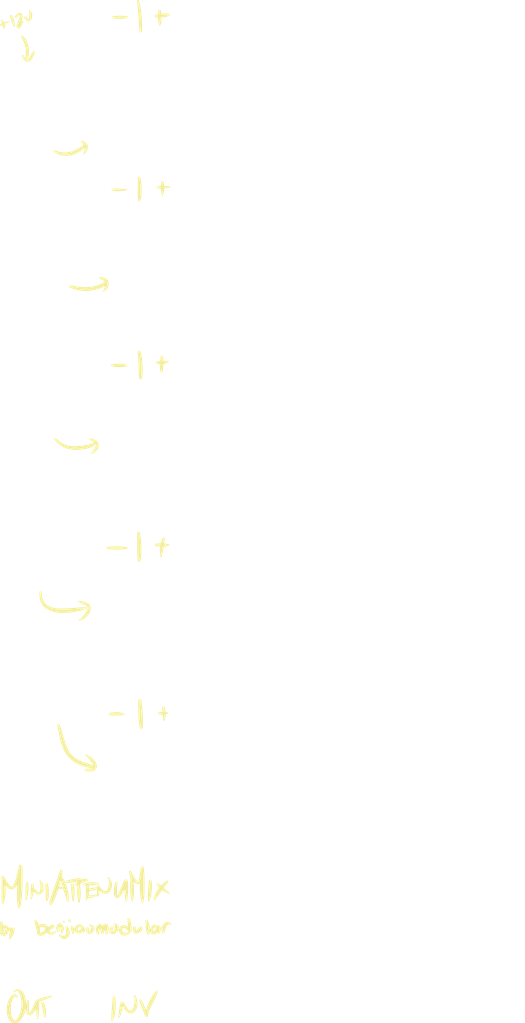
<source format=kicad_pcb>

(kicad_pcb (version 4) (host pcbnew 4.0.7)

	(general
		(links 0)
		(no_connects 0)
		(area 77.052499 41.877835 92.193313 53.630501)
		(thickness 1.6)
		(drawings 8)
		(tracks 0)
		(zones 0)
		(modules 1)
		(nets 1)
	)

	(page A4)
	(layers
		(0 F.Cu signal)
		(31 B.Cu signal)
		(32 B.Adhes user)
		(33 F.Adhes user)
		(34 B.Paste user)
		(35 F.Paste user)
		(36 B.SilkS user)
		(37 F.SilkS user)
		(38 B.Mask user)
		(39 F.Mask user)
		(40 Dwgs.User user)
		(41 Cmts.User user)
		(42 Eco1.User user)
		(43 Eco2.User user)
		(44 Edge.Cuts user)
		(45 Margin user)
		(46 B.CrtYd user)
		(47 F.CrtYd user)
		(48 B.Fab user)
		(49 F.Fab user)
	)

	(setup
		(last_trace_width 0.25)
		(trace_clearance 0.2)
		(zone_clearance 0.508)
		(zone_45_only no)
		(trace_min 0.2)
		(segment_width 0.2)
		(edge_width 0.15)
		(via_size 0.6)
		(via_drill 0.4)
		(via_min_size 0.4)
		(via_min_drill 0.3)
		(uvia_size 0.3)
		(uvia_drill 0.1)
		(uvias_allowed no)
		(uvia_min_size 0.2)
		(uvia_min_drill 0.1)
		(pcb_text_width 0.3)
		(pcb_text_size 1.5 1.5)
		(mod_edge_width 0.15)
		(mod_text_size 1 1)
		(mod_text_width 0.15)
		(pad_size 1.524 1.524)
		(pad_drill 0.762)
		(pad_to_mask_clearance 0.2)
		(aux_axis_origin 0 0)
		(visible_elements FFFFFF7F)
		(pcbplotparams
			(layerselection 0x010f0_80000001)
			(usegerberextensions false)
			(excludeedgelayer true)
			(linewidth 0.100000)
			(plotframeref false)
			(viasonmask false)
			(mode 1)
			(useauxorigin false)
			(hpglpennumber 1)
			(hpglpenspeed 20)
			(hpglpendiameter 15)
			(hpglpenoverlay 2)
			(psnegative false)
			(psa4output false)
			(plotreference true)
			(plotvalue true)
			(plotinvisibletext false)
			(padsonsilk false)
			(subtractmaskfromsilk false)
			(outputformat 1)
			(mirror false)
			(drillshape 1)
			(scaleselection 1)
			(outputdirectory gerbers/))
	)

	(net 0 "")

	(net_class Default "This is the default net class."
		(clearance 0.2)
		(trace_width 0.25)
		(via_dia 0.6)
		(via_drill 0.4)
		(uvia_dia 0.3)
		(uvia_drill 0.1)
	)
(module LOGO (layer F.Cu)
  (at 0 0)
 (fp_text reference "G***" (at 0 0) (layer F.SilkS) hide
  (effects (font (thickness 0.3)))
  )
  (fp_text value "LOGO" (at 0.75 0) (layer F.SilkS) hide
  (effects (font (thickness 0.3)))
  )
)
(module LOGO (layer F.Cu)
  (at 0 0)
 (fp_text reference "G***" (at 0 0) (layer F.SilkS) hide
  (effects (font (thickness 0.3)))
  )
  (fp_text value "LOGO" (at 0.75 0) (layer F.SilkS) hide
  (effects (font (thickness 0.3)))
  )
)
(module LOGO (layer F.Cu)
  (at 0 0)
 (fp_text reference "G***" (at 0 0) (layer F.SilkS) hide
  (effects (font (thickness 0.3)))
  )
  (fp_text value "LOGO" (at 0.75 0) (layer F.SilkS) hide
  (effects (font (thickness 0.3)))
  )
  (fp_poly (pts (xy -46.917096 4.266957) (xy -46.777314 4.337582) (xy -46.661743 4.427674) (xy -46.554943 4.549603) (xy -46.460286 4.706025) (xy -46.380082 4.890257) (xy -46.316644 5.095615) (xy -46.272280 5.315417)
     (xy -46.249301 5.542981) (xy -46.246677 5.628248) (xy -46.245194 5.723311) (xy -46.242957 5.779351) (xy -46.239432 5.799679) (xy -46.234082 5.787604) (xy -46.226992 5.750131) (xy -46.211430 5.674961)
     (xy -46.188066 5.581453) (xy -46.165372 5.501423) (xy -46.138473 5.420786) (xy -46.113254 5.374726) (xy -46.081691 5.356612) (xy -46.035758 5.359815) (xy -46.003508 5.367710) (xy -45.987951 5.373234)
     (xy -45.976697 5.384095) (xy -45.969251 5.406120) (xy -45.965120 5.445134) (xy -45.963811 5.506963) (xy -45.964829 5.597435) (xy -45.967682 5.722375) (xy -45.969010 5.774879) (xy -45.971218 6.024860)
     (xy -45.964192 6.236880) (xy -45.948009 6.410032) (xy -45.922746 6.543409) (xy -45.897243 6.618239) (xy -45.874228 6.666495) (xy -45.861778 6.679355) (xy -45.854307 6.660555) (xy -45.852055 6.648457)
     (xy -45.835769 6.603493) (xy -45.802856 6.540082) (xy -45.771903 6.489707) (xy -45.733390 6.423986) (xy -45.686321 6.332710) (xy -45.637619 6.229729) (xy -45.606854 6.159500) (xy -45.559816 6.047927)
     (xy -45.503851 5.915128) (xy -45.446454 5.778892) (xy -45.401715 5.672667) (xy -45.342856 5.536159) (xy -45.295496 5.435001) (xy -45.256795 5.364713) (xy -45.223914 5.320811) (xy -45.194012 5.298817)
     (xy -45.164250 5.294247) (xy -45.162070 5.294467) (xy -45.116945 5.288080) (xy -45.054447 5.265920) (xy -45.023644 5.251311) (xy -44.872760 5.182066) (xy -44.693070 5.114612) (xy -44.498005 5.053577)
     (xy -44.312416 5.006147) (xy -44.191986 4.978760) (xy -44.065764 4.949730) (xy -43.950894 4.923014) (xy -43.882661 4.906915) (xy -43.790534 4.886684) (xy -43.730304 4.878404) (xy -43.693461 4.881396)
     (xy -43.676286 4.890438) (xy -43.648278 4.933769) (xy -43.654440 4.977548) (xy -43.692549 5.006570) (xy -43.693291 5.006797) (xy -43.728887 5.020617) (xy -43.794558 5.048937) (xy -43.882124 5.088128)
     (xy -43.983405 5.134562) (xy -44.026666 5.154696) (xy -44.199128 5.231359) (xy -44.380795 5.305159) (xy -44.559606 5.371581) (xy -44.723496 5.426112) (xy -44.841583 5.459621) (xy -44.926250 5.480970)
     (xy -44.926251 5.878443) (xy -44.932755 6.182878) (xy -44.953103 6.490774) (xy -44.975128 6.709833) (xy -44.993445 6.872442) (xy -45.007934 6.997832) (xy -45.019679 7.090831) (xy -45.029765 7.156267)
     (xy -45.039276 7.198970) (xy -45.049298 7.223766) (xy -45.060913 7.235484) (xy -45.075209 7.238953) (xy -45.093268 7.239001) (xy -45.094000 7.239000) (xy -45.125478 7.233780) (xy -45.143401 7.210922)
     (xy -45.154583 7.159631) (xy -45.157466 7.138458) (xy -45.167013 7.056958) (xy -45.178101 6.950762) (xy -45.189940 6.828836) (xy -45.201739 6.700146) (xy -45.212708 6.573660) (xy -45.222057 6.458345)
     (xy -45.228997 6.363167) (xy -45.232738 6.297093) (xy -45.233166 6.279232) (xy -45.233166 6.194096) (xy -45.342648 6.377749) (xy -45.422846 6.502501) (xy -45.507626 6.617373) (xy -45.590891 6.715133)
     (xy -45.666546 6.788549) (xy -45.721191 6.826866) (xy -45.776836 6.844568) (xy -45.853436 6.855847) (xy -45.901302 6.858000) (xy -45.973144 6.855495) (xy -46.019969 6.843455) (xy -46.059006 6.815090)
     (xy -46.088948 6.784044) (xy -46.156139 6.682509) (xy -46.206623 6.543643) (xy -46.239829 6.369255) (xy -46.249277 6.275917) (xy -46.255859 6.199877) (xy -46.261624 6.150331) (xy -46.265767 6.133327)
     (xy -46.267144 6.141308) (xy -46.273749 6.185441) (xy -46.288901 6.258454) (xy -46.310008 6.348385) (xy -46.324141 6.404295) (xy -46.395072 6.632925) (xy -46.484881 6.850743) (xy -46.590122 7.052368)
     (xy -46.707348 7.232417) (xy -46.833110 7.385507) (xy -46.963960 7.506256) (xy -47.076952 7.579621) (xy -47.151272 7.606630) (xy -47.248264 7.626193) (xy -47.355099 7.637464) (xy -47.458946 7.639592)
     (xy -47.546978 7.631729) (xy -47.603833 7.614475) (xy -47.768125 7.505657) (xy -47.900633 7.374938) (xy -48.004568 7.217986) (xy -48.083142 7.030470) (xy -48.112895 6.927933) (xy -48.161129 6.680280)
     (xy -48.183311 6.423485) (xy -48.180596 6.163696) (xy -48.154140 5.907060) (xy -48.105098 5.659724) (xy -48.034625 5.427835) (xy -47.943877 5.217540) (xy -47.834010 5.034987) (xy -47.734394 4.914363)
     (xy -47.632234 4.819096) (xy -47.539699 4.757995) (xy -47.448810 4.726726) (xy -47.376971 4.720246) (xy -47.278808 4.738803) (xy -47.195890 4.788878) (xy -47.135308 4.862385) (xy -47.104154 4.951237)
     (xy -47.105523 5.029762) (xy -47.123807 5.090565) (xy -47.155151 5.116388) (xy -47.209712 5.114485) (xy -47.220934 5.112167) (xy -47.271886 5.087287) (xy -47.293187 5.041807) (xy -47.313400 4.982430)
     (xy -47.334708 4.944497) (xy -47.353794 4.923333) (xy -47.373221 4.922379) (xy -47.402913 4.945497) (xy -47.443512 4.986830) (xy -47.533512 5.106254) (xy -47.611670 5.260628) (xy -47.676953 5.443970)
     (xy -47.728328 5.650300) (xy -47.764761 5.873637) (xy -47.785220 6.108000) (xy -47.788671 6.347409) (xy -47.774082 6.585882) (xy -47.750303 6.762750) (xy -47.713605 6.925535) (xy -47.663117 7.070140)
     (xy -47.601727 7.192370) (xy -47.532329 7.288035) (xy -47.457811 7.352940) (xy -47.381065 7.382895) (xy -47.324634 7.380119) (xy -47.279752 7.353594) (xy -47.220976 7.297107) (xy -47.154090 7.218178)
     (xy -47.084876 7.124329) (xy -47.019118 7.023078) (xy -46.962599 6.921947) (xy -46.945927 6.887663) (xy -46.824150 6.575710) (xy -46.741711 6.250936) (xy -46.699061 5.917253) (xy -46.696655 5.578577)
     (xy -46.734944 5.238821) (xy -46.747410 5.171668) (xy -46.792317 4.983834) (xy -46.848067 4.814253) (xy -46.912330 4.666966) (xy -46.982776 4.546015) (xy -47.057076 4.455442) (xy -47.132899 4.399289)
     (xy -47.202876 4.381500) (xy -47.262080 4.396042) (xy -47.330996 4.442427) (xy -47.357965 4.466167) (xy -47.419139 4.519496) (xy -47.460230 4.544614) (xy -47.490037 4.544261) (xy -47.517361 4.521174)
     (xy -47.520975 4.516904) (xy -47.532087 4.495209) (xy -47.524802 4.469811) (xy -47.494389 4.432528) (xy -47.442583 4.381332) (xy -47.322731 4.292823) (xy -47.193041 4.244385) (xy -47.056751 4.235827)
     (xy -46.917096 4.266957) )(layer F.SilkS) (width  0.010000)
  )
  (fp_poly (pts (xy -37.256381 5.090583) (xy -37.246038 5.160228) (xy -37.237641 5.264456) (xy -37.231230 5.395560) (xy -37.226850 5.545833) (xy -37.224542 5.707566) (xy -37.224348 5.873052) (xy -37.226311 6.034585)
     (xy -37.230473 6.184456) (xy -37.236877 6.314959) (xy -37.245565 6.418385) (xy -37.248939 6.445250) (xy -37.277572 6.618391) (xy -37.313511 6.787853) (xy -37.354971 6.948582) (xy -37.400166 7.095524)
     (xy -37.447312 7.223622) (xy -37.494623 7.327822) (xy -37.540314 7.403070) (xy -37.582599 7.444310) (xy -37.604024 7.450667) (xy -37.619299 7.441605) (xy -37.629052 7.409872) (xy -37.634486 7.348649)
     (xy -37.636642 7.265458) (xy -37.637396 7.000262) (xy -37.632130 6.755904) (xy -37.620092 6.513745) (xy -37.600528 6.255143) (xy -37.591967 6.159500) (xy -37.577404 5.996072) (xy -37.562335 5.816720)
     (xy -37.548000 5.636872) (xy -37.535636 5.471957) (xy -37.528295 5.365750) (xy -37.519723 5.246470) (xy -37.510779 5.142207) (xy -37.502201 5.060182) (xy -37.494724 5.007615) (xy -37.490163 4.991739)
     (xy -37.461787 4.981721) (xy -37.407325 4.973063) (xy -37.380397 4.970572) (xy -37.285211 4.963583) (xy -37.256381 5.090583) )(layer F.SilkS) (width  0.010000)
  )
  (fp_poly (pts (xy -35.253438 4.852179) (xy -35.229810 4.868114) (xy -35.205980 4.907368) (xy -35.175101 4.978046) (xy -35.173494 4.981953) (xy -35.093727 5.216762) (xy -35.045868 5.451162) (xy -35.029544 5.680279)
     (xy -35.044380 5.899240) (xy -35.090003 6.103173) (xy -35.166040 6.287205) (xy -35.272115 6.446463) (xy -35.287202 6.464084) (xy -35.352898 6.529501) (xy -35.427176 6.590274) (xy -35.468541 6.617924)
     (xy -35.520232 6.645912) (xy -35.565164 6.661269) (xy -35.617706 6.666330) (xy -35.692227 6.663426) (xy -35.731241 6.660569) (xy -35.822524 6.651394) (xy -35.888598 6.636993) (xy -35.946584 6.611697)
     (xy -36.013603 6.569838) (xy -36.021584 6.564439) (xy -36.133444 6.476327) (xy -36.231718 6.370640) (xy -36.323131 6.239062) (xy -36.407325 6.087256) (xy -36.505325 5.894917) (xy -36.529083 6.096000)
     (xy -36.566742 6.316314) (xy -36.627313 6.549666) (xy -36.705753 6.777302) (xy -36.725474 6.826118) (xy -36.766056 6.913172) (xy -36.810165 6.991107) (xy -36.852959 7.053185) (xy -36.889595 7.092667)
     (xy -36.915228 7.102811) (xy -36.920836 7.097974) (xy -36.924089 7.069694) (xy -36.923599 7.007294) (xy -36.919854 6.918775) (xy -36.913341 6.812137) (xy -36.904547 6.695383) (xy -36.893959 6.576512)
     (xy -36.882396 6.466417) (xy -36.870638 6.378867) (xy -36.853445 6.270322) (xy -36.832235 6.147942) (xy -36.808427 6.018885) (xy -36.783438 5.890307) (xy -36.758689 5.769369) (xy -36.735596 5.663227)
     (xy -36.715578 5.579041) (xy -36.700054 5.523969) (xy -36.692090 5.505943) (xy -36.657542 5.488183) (xy -36.597825 5.487514) (xy -36.566020 5.491553) (xy -36.467664 5.506302) (xy -36.271310 5.806443)
     (xy -36.199511 5.914583) (xy -36.129065 6.017823) (xy -36.065944 6.107611) (xy -36.016118 6.175398) (xy -35.995188 6.201833) (xy -35.924045 6.276696) (xy -35.847057 6.341440) (xy -35.774012 6.388994)
     (xy -35.714699 6.412287) (xy -35.702196 6.413500) (xy -35.665319 6.399163) (xy -35.613264 6.362073) (xy -35.570938 6.323542) (xy -35.507961 6.247093) (xy -35.455091 6.152176) (xy -35.409646 6.032199)
     (xy -35.368944 5.880566) (xy -35.344944 5.767917) (xy -35.329161 5.676952) (xy -35.318498 5.585144) (xy -35.312841 5.485134) (xy -35.312076 5.369560) (xy -35.316090 5.231062) (xy -35.324770 5.062281)
     (xy -35.332236 4.942417) (xy -35.332959 4.887557) (xy -35.320955 4.861758) (xy -35.289362 4.852155) (xy -35.283710 4.851455) (xy -35.253438 4.852179) )(layer F.SilkS) (width  0.010000)
  )
  (fp_poly (pts (xy -44.512572 5.522180) (xy -44.481048 5.573665) (xy -44.443138 5.650202) (xy -44.402250 5.744207) (xy -44.361791 5.848094) (xy -44.325167 5.954278) (xy -44.310858 6.000750) (xy -44.283125 6.106270)
     (xy -44.264088 6.210219) (xy -44.251657 6.327241) (xy -44.243786 6.470839) (xy -44.240710 6.634071) (xy -44.246537 6.763202) (xy -44.262438 6.865754) (xy -44.289585 6.949246) (xy -44.329148 7.021199)
     (xy -44.329618 7.021897) (xy -44.370931 7.074526) (xy -44.398989 7.088806) (xy -44.415973 7.065804) (xy -44.416383 7.064375) (xy -44.422175 7.036767) (xy -44.434407 6.973705) (xy -44.451909 6.881379)
     (xy -44.473514 6.765981) (xy -44.498052 6.633699) (xy -44.513278 6.551083) (xy -44.542233 6.395532) (xy -44.572165 6.238150) (xy -44.601108 6.089029) (xy -44.627096 5.958260) (xy -44.648165 5.855936)
     (xy -44.653393 5.831560) (xy -44.673666 5.736903) (xy -44.690070 5.657569) (xy -44.700767 5.602634) (xy -44.704000 5.581771) (xy -44.686453 5.564174) (xy -44.644162 5.540700) (xy -44.592657 5.518527)
     (xy -44.547463 5.504831) (xy -44.534303 5.503333) (xy -44.512572 5.522180) )(layer F.SilkS) (width  0.010000)
  )
  (fp_poly (pts (xy -33.032035 4.380894) (xy -33.024791 4.421930) (xy -33.030236 4.493712) (xy -33.030386 4.494908) (xy -33.042110 4.574496) (xy -33.057802 4.652079) (xy -33.079314 4.732215) (xy -33.108501 4.819465)
     (xy -33.147215 4.918389) (xy -33.197312 5.033545) (xy -33.260643 5.169495) (xy -33.339064 5.330796) (xy -33.434427 5.522010) (xy -33.503742 5.659298) (xy -33.588796 5.828258) (xy -33.669093 5.989762)
     (xy -33.742275 6.138915) (xy -33.805980 6.270824) (xy -33.857850 6.380595) (xy -33.895525 6.463333) (xy -33.916644 6.514145) (xy -33.918443 6.519333) (xy -33.938759 6.600045) (xy -33.956050 6.701668)
     (xy -33.966702 6.802783) (xy -33.966958 6.806825) (xy -33.974866 6.900978) (xy -33.988648 6.962030) (xy -34.014302 6.999212) (xy -34.057823 7.021756) (xy -34.116453 7.036991) (xy -34.154356 7.043275)
     (xy -34.179935 7.036285) (xy -34.202038 7.008232) (xy -34.229514 6.951329) (xy -34.239644 6.928558) (xy -34.271967 6.852667) (xy -34.313808 6.749940) (xy -34.363191 6.625620) (xy -34.418141 6.484950)
     (xy -34.476683 6.333174) (xy -34.536842 6.175536) (xy -34.596642 6.017279) (xy -34.654109 5.863648) (xy -34.707267 5.719886) (xy -34.754140 5.591236) (xy -34.792755 5.482942) (xy -34.821134 5.400249)
     (xy -34.837304 5.348399) (xy -34.840333 5.333876) (xy -34.823425 5.311346) (xy -34.782451 5.284009) (xy -34.779660 5.282545) (xy -34.735089 5.263521) (xy -34.705721 5.269686) (xy -34.676334 5.297876)
     (xy -34.626467 5.364278) (xy -34.565799 5.464156) (xy -34.497569 5.591050) (xy -34.425016 5.738498) (xy -34.351377 5.900040) (xy -34.279892 6.069216) (xy -34.242915 6.162530) (xy -34.172210 6.345476)
     (xy -34.103291 6.144029) (xy -34.032312 5.953271) (xy -33.943018 5.739622) (xy -33.840959 5.515150) (xy -33.731690 5.291926) (xy -33.620763 5.082020) (xy -33.586964 5.021642) (xy -33.502169 4.877266)
     (xy -33.426736 4.760781) (xy -33.352981 4.661329) (xy -33.273214 4.568055) (xy -33.241904 4.534277) (xy -33.156903 4.447298) (xy -33.095391 4.393076) (xy -33.054669 4.371109) (xy -33.032035 4.380894) )(layer F.SilkS) (width  0.010000)
  )
  (fp_poly (pts (xy -48.680966 -2.585283) (xy -48.653725 -2.543428) (xy -48.644099 -2.524909) (xy -48.615560 -2.458638) (xy -48.585221 -2.372409) (xy -48.564955 -2.304015) (xy -48.528274 -2.166358) (xy -48.452345 -2.193500)
     (xy -48.371887 -2.216149) (xy -48.304528 -2.216309) (xy -48.229751 -2.192945) (xy -48.202082 -2.180867) (xy -48.137334 -2.142596) (xy -48.091765 -2.089210) (xy -48.064921 -2.038457) (xy -48.037801 -1.980452)
     (xy -48.019195 -1.940796) (xy -48.014334 -1.930551) (xy -47.995418 -1.934774) (xy -47.951895 -1.952853) (xy -47.934377 -1.961006) (xy -47.857512 -1.997660) (xy -47.782222 -1.924872) (xy -47.735430 -1.883000)
     (xy -47.707650 -1.869332) (xy -47.690169 -1.880084) (xy -47.687736 -1.883833) (xy -47.655215 -1.935759) (xy -47.629099 -1.960847) (xy -47.594921 -1.964235) (xy -47.538215 -1.951063) (xy -47.515720 -1.944941)
     (xy -47.402750 -1.914271) (xy -47.405919 -1.817388) (xy -47.416448 -1.720531) (xy -47.440293 -1.599404) (xy -47.473690 -1.468471) (xy -47.512869 -1.342196) (xy -47.554066 -1.235042) (xy -47.562261 -1.217083)
     (xy -47.608541 -1.131302) (xy -47.668301 -1.036397) (xy -47.718896 -0.965828) (xy -47.765687 -0.903298) (xy -47.800002 -0.852971) (xy -47.815259 -0.824580) (xy -47.815500 -0.822953) (xy -47.832901 -0.808729)
     (xy -47.873719 -0.807619) (xy -47.916041 -0.818352) (xy -47.929324 -0.839443) (xy -47.937799 -0.892578) (xy -47.941922 -0.981720) (xy -47.942500 -1.048421) (xy -47.939902 -1.170010) (xy -47.930427 -1.267574)
     (xy -47.911552 -1.359198) (xy -47.887698 -1.441294) (xy -47.832896 -1.614774) (xy -47.979365 -1.761243) (xy -47.994432 -1.658497) (xy -48.032705 -1.501692) (xy -48.095782 -1.368459) (xy -48.179719 -1.262155)
     (xy -48.280573 -1.186139) (xy -48.394402 -1.143767) (xy -48.517263 -1.138398) (xy -48.588279 -1.152730) (xy -48.703546 -1.207157) (xy -48.793430 -1.294918) (xy -48.838426 -1.371999) (xy -48.850384 -1.413439)
     (xy -48.836335 -1.434042) (xy -48.527190 -1.434042) (xy -48.526525 -1.403063) (xy -48.502610 -1.401132) (xy -48.462588 -1.427831) (xy -48.451378 -1.438455) (xy -48.375018 -1.543970) (xy -48.328595 -1.675109)
     (xy -48.314490 -1.803956) (xy -48.316592 -1.877104) (xy -48.323688 -1.929614) (xy -48.334083 -1.950521) (xy -48.356324 -1.935190) (xy -48.386220 -1.888906) (xy -48.419438 -1.821316) (xy -48.451645 -1.742068)
     (xy -48.478506 -1.660808) (xy -48.494690 -1.593016) (xy -48.508408 -1.519797) (xy -48.520911 -1.459662) (xy -48.527190 -1.434042) (xy -48.836335 -1.434042) (xy -48.834187 -1.437192) (xy -48.828903 -1.440366)
     (xy -48.812193 -1.456754) (xy -48.805661 -1.487853) (xy -48.808486 -1.543627) (xy -48.815551 -1.602377) (xy -48.821430 -1.664909) (xy -48.826663 -1.754513) (xy -48.831140 -1.863835) (xy -48.834753 -1.985520)
     (xy -48.837391 -2.112211) (xy -48.838945 -2.236554) (xy -48.839305 -2.351195) (xy -48.838362 -2.448777) (xy -48.836007 -2.521945) (xy -48.832129 -2.563346) (xy -48.829956 -2.569559) (xy -48.802469 -2.582009)
     (xy -48.753111 -2.594835) (xy -48.752197 -2.595019) (xy -48.709253 -2.599537) (xy -48.680966 -2.585283) )(layer F.SilkS) (width  0.010000)
  )
  (fp_poly (pts (xy -42.090078 -2.087908) (xy -42.064148 -2.064433) (xy -42.027312 -2.015217) (xy -41.995480 -1.964270) (xy -41.913328 -1.790935) (xy -41.863822 -1.615936) (xy -41.846968 -1.444962) (xy -41.862770 -1.283703)
     (xy -41.911232 -1.137847) (xy -41.992357 -1.013085) (xy -41.994807 -1.010281) (xy -42.106247 -0.911565) (xy -42.234194 -0.845736) (xy -42.370581 -0.815759) (xy -42.502666 -0.823608) (xy -42.623114 -0.860138)
     (xy -42.720241 -0.918473) (xy -42.801970 -1.005226) (xy -42.876229 -1.127011) (xy -42.883634 -1.141540) (xy -42.910648 -1.198100) (xy -42.918798 -1.229991) (xy -42.909020 -1.249960) (xy -42.892589 -1.263249)
     (xy -42.852491 -1.285997) (xy -42.818177 -1.283578) (xy -42.778771 -1.252253) (xy -42.742894 -1.211793) (xy -42.707334 -1.171435) (xy -42.676533 -1.147777) (xy -42.637795 -1.136359) (xy -42.578421 -1.132722)
     (xy -42.516898 -1.132417) (xy -42.402816 -1.138667) (xy -42.321822 -1.160924) (xy -42.266057 -1.204444) (xy -42.227662 -1.274484) (xy -42.207626 -1.339320) (xy -42.195512 -1.391922) (xy -42.189428 -1.439904)
     (xy -42.189789 -1.493325) (xy -42.197010 -1.562244) (xy -42.211507 -1.656718) (xy -42.223720 -1.728977) (xy -42.241179 -1.832642) (xy -42.255619 -1.922033) (xy -42.265675 -1.988438) (xy -42.269985 -2.023149)
     (xy -42.270052 -2.025067) (xy -42.251563 -2.047358) (xy -42.207183 -2.069492) (xy -42.153003 -2.085851) (xy -42.105109 -2.090816) (xy -42.090078 -2.087908) )(layer F.SilkS) (width  0.010000)
  )
  (fp_poly (pts (xy -45.240241 -2.714891) (xy -45.184746 -2.666722) (xy -45.124650 -2.583103) (xy -45.057832 -2.461468) (xy -45.038417 -2.421886) (xy -44.956171 -2.250855) (xy -44.835377 -2.291768) (xy -44.757036 -2.313669)
     (xy -44.676499 -2.324508) (xy -44.577548 -2.325968) (xy -44.524083 -2.324077) (xy -44.384333 -2.309467) (xy -44.276320 -2.276970) (xy -44.191632 -2.222118) (xy -44.121858 -2.140444) (xy -44.094261 -2.095819)
     (xy -44.033990 -1.990289) (xy -43.972120 -2.055366) (xy -43.853524 -2.154719) (xy -43.725482 -2.214057) (xy -43.601147 -2.232417) (xy -43.501289 -2.223541) (xy -43.435766 -2.193571) (xy -43.400618 -2.139458)
     (xy -43.391666 -2.071186) (xy -43.396418 -2.017994) (xy -43.416946 -1.979034) (xy -43.462660 -1.938703) (xy -43.478674 -1.926904) (xy -43.564374 -1.879529) (xy -43.665667 -1.844779) (xy -43.687987 -1.839814)
     (xy -43.771872 -1.816207) (xy -43.823361 -1.779644) (xy -43.849489 -1.721057) (xy -43.857290 -1.631381) (xy -43.857333 -1.621535) (xy -43.847240 -1.542666) (xy -43.815817 -1.492990) (xy -43.758927 -1.467532)
     (xy -43.678434 -1.465170) (xy -43.585033 -1.484185) (xy -43.489420 -1.522859) (xy -43.436784 -1.553877) (xy -43.371827 -1.593663) (xy -43.327250 -1.605845) (xy -43.290711 -1.589674) (xy -43.249866 -1.544403)
     (xy -43.248345 -1.542459) (xy -43.239617 -1.523072) (xy -43.247701 -1.500501) (xy -43.277629 -1.468747) (xy -43.334434 -1.421812) (xy -43.377612 -1.388384) (xy -43.513108 -1.299809) (xy -43.640599 -1.249665)
     (xy -43.765855 -1.236355) (xy -43.871079 -1.251838) (xy -43.938005 -1.280584) (xy -44.005994 -1.328535) (xy -44.064371 -1.385729) (xy -44.102459 -1.442200) (xy -44.111333 -1.476073) (xy -44.122941 -1.483793)
     (xy -44.157367 -1.456693) (xy -44.204825 -1.405814) (xy -44.317127 -1.301663) (xy -44.446483 -1.221882) (xy -44.584365 -1.169345) (xy -44.722240 -1.146925) (xy -44.851579 -1.157494) (xy -44.899599 -1.171820)
     (xy -44.995596 -1.215039) (xy -45.062202 -1.266161) (xy -45.112253 -1.336139) (xy -45.128095 -1.366823) (xy -45.154905 -1.426000) (xy -45.162787 -1.459213) (xy -45.153122 -1.477641) (xy -45.142644 -1.484523)
     (xy -45.127978 -1.497884) (xy -45.124546 -1.521369) (xy -45.133651 -1.563406) (xy -45.156597 -1.632423) (xy -45.172210 -1.675696) (xy -45.197868 -1.755776) (xy -45.228284 -1.866144) (xy -45.246063 -1.937326)
     (xy -44.866047 -1.937326) (xy -44.857892 -1.876320) (xy -44.849957 -1.798547) (xy -44.844924 -1.700021) (xy -44.843880 -1.603724) (xy -44.846176 -1.440030) (xy -44.790963 -1.453603) (xy -44.737161 -1.470381)
     (xy -44.668040 -1.496284) (xy -44.643056 -1.506592) (xy -44.531906 -1.565961) (xy -44.441791 -1.637725) (xy -44.375262 -1.716487) (xy -44.334871 -1.796853) (xy -44.323169 -1.873428) (xy -44.342710 -1.940816)
     (xy -44.396044 -1.993622) (xy -44.409180 -2.001033) (xy -44.471601 -2.019705) (xy -44.559607 -2.029677) (xy -44.657295 -2.030646) (xy -44.748757 -2.022308) (xy -44.807109 -2.008611) (xy -44.845981 -1.993142)
     (xy -44.863979 -1.973673) (xy -44.866047 -1.937326) (xy -45.246063 -1.937326) (xy -45.260581 -1.995451) (xy -45.291878 -2.132344) (xy -45.310429 -2.220551) (xy -45.335467 -2.344094) (xy -45.358287 -2.456081)
     (xy -45.377293 -2.548729) (xy -45.390890 -2.614258) (xy -45.396996 -2.642793) (xy -45.392905 -2.693614) (xy -45.352602 -2.722623) (xy -45.293256 -2.730176) (xy -45.240241 -2.714891) )(layer F.SilkS) (width  0.010000)
  )
  (fp_poly (pts (xy -35.872609 -2.922357) (xy -35.835616 -2.876265) (xy -35.816462 -2.841159) (xy -35.754338 -2.692357) (xy -35.701826 -2.512727) (xy -35.661098 -2.313118) (xy -35.634325 -2.104375) (xy -35.623679 -1.897347)
     (xy -35.623585 -1.877862) (xy -35.627937 -1.739404) (xy -35.642174 -1.637856) (xy -35.667874 -1.568620) (xy -35.706613 -1.527096) (xy -35.749563 -1.510429) (xy -35.799870 -1.495326) (xy -35.811277 -1.474514)
     (xy -35.788953 -1.443920) (xy -35.771925 -1.418719) (xy -35.773078 -1.411366) (xy -35.830813 -1.369623) (xy -35.910939 -1.318382) (xy -35.997963 -1.267046) (xy -36.076397 -1.225019) (xy -36.094266 -1.216405)
     (xy -36.219418 -1.177164) (xy -36.357761 -1.164745) (xy -36.490866 -1.180097) (xy -36.536795 -1.193608) (xy -36.663308 -1.260878) (xy -36.768289 -1.364510) (xy -36.835542 -1.471362) (xy -36.878734 -1.597416)
     (xy -36.885963 -1.721243) (xy -36.583797 -1.721243) (xy -36.575148 -1.647565) (xy -36.572518 -1.637591) (xy -36.535807 -1.559627) (xy -36.478220 -1.495148) (xy -36.412000 -1.457153) (xy -36.399625 -1.454034)
     (xy -36.329028 -1.448944) (xy -36.235035 -1.453148) (xy -36.135085 -1.464775) (xy -36.046618 -1.481955) (xy -35.999208 -1.496970) (xy -35.949557 -1.520885) (xy -35.921889 -1.540008) (xy -35.919833 -1.543923)
     (xy -35.933223 -1.564334) (xy -35.969260 -1.608346) (xy -36.021750 -1.668572) (xy -36.059890 -1.710874) (xy -36.175374 -1.825376) (xy -36.278362 -1.902606) (xy -36.367879 -1.942210) (xy -36.442946 -1.943835)
     (xy -36.502586 -1.907129) (xy -36.523811 -1.878542) (xy -36.567719 -1.793118) (xy -36.583797 -1.721243) (xy -36.885963 -1.721243) (xy -36.886385 -1.728471) (xy -36.861822 -1.857139) (xy -36.808373 -1.976034)
     (xy -36.729364 -2.077765) (xy -36.628124 -2.154946) (xy -36.507981 -2.200188) (xy -36.507208 -2.200349) (xy -36.351210 -2.212014) (xy -36.201332 -2.182590) (xy -36.068530 -2.117017) (xy -36.015297 -2.083396)
     (xy -35.978691 -2.063327) (xy -35.968880 -2.060564) (xy -35.968342 -2.082717) (xy -35.971850 -2.136855) (xy -35.978690 -2.212901) (xy -35.981960 -2.244937) (xy -35.991427 -2.345640) (xy -36.001391 -2.469231)
     (xy -36.010346 -2.596311) (xy -36.014359 -2.661798) (xy -36.027952 -2.900012) (xy -35.970242 -2.921953) (xy -35.913986 -2.935747) (xy -35.872609 -2.922357) )(layer F.SilkS) (width  0.010000)
  )
  (fp_poly (pts (xy -34.018326 -2.704044) (xy -33.991141 -2.663443) (xy -33.956633 -2.590650) (xy -33.952432 -2.581522) (xy -33.898718 -2.443788) (xy -33.855040 -2.289358) (xy -33.821728 -2.124844) (xy -33.799110 -1.956859)
     (xy -33.787515 -1.792014) (xy -33.787273 -1.636924) (xy -33.798712 -1.498199) (xy -33.822162 -1.382452) (xy -33.857952 -1.296295) (xy -33.886678 -1.260462) (xy -33.915168 -1.240897) (xy -33.940388 -1.248961)
     (xy -33.967759 -1.275537) (xy -34.035138 -1.371644) (xy -34.090932 -1.504641) (xy -34.135341 -1.675415) (xy -34.168565 -1.884853) (xy -34.190804 -2.133844) (xy -34.198907 -2.301157) (xy -34.211867 -2.665564)
     (xy -34.160975 -2.684622) (xy -34.092739 -2.709441) (xy -34.048690 -2.717645) (xy -34.018326 -2.704044) )(layer F.SilkS) (width  0.010000)
  )
  (fp_poly (pts (xy -38.149666 -2.354073) (xy -38.104623 -2.344258) (xy -38.071709 -2.320387) (xy -38.058949 -2.306337) (xy -38.004058 -2.231932) (xy -37.966529 -2.152473) (xy -37.940284 -2.053127) (xy -37.929288 -1.990051)
     (xy -37.918197 -1.793455) (xy -37.947163 -1.608271) (xy -38.015709 -1.436603) (xy -38.077211 -1.338792) (xy -38.128860 -1.275885) (xy -38.165569 -1.250856) (xy -38.189171 -1.262713) (xy -38.194641 -1.275292)
     (xy -38.210121 -1.335009) (xy -38.227651 -1.420957) (xy -38.244773 -1.518505) (xy -38.259027 -1.613021) (xy -38.267954 -1.689875) (xy -38.269734 -1.722056) (xy -38.270795 -1.759022) (xy -38.275395 -1.773259)
     (xy -38.286308 -1.760911) (xy -38.306307 -1.718118) (xy -38.338164 -1.641023) (xy -38.351240 -1.608667) (xy -38.432345 -1.407583) (xy -38.669317 -1.394953) (xy -38.690055 -1.475351) (xy -38.703389 -1.535925)
     (xy -38.719346 -1.621212) (xy -38.734730 -1.713995) (xy -38.736427 -1.725083) (xy -38.750327 -1.808297) (xy -38.764201 -1.877103) (xy -38.775502 -1.919191) (xy -38.777525 -1.923903) (xy -38.787404 -1.917872)
     (xy -38.801586 -1.876522) (xy -38.818657 -1.806481) (xy -38.837203 -1.714375) (xy -38.855810 -1.606831) (xy -38.873063 -1.490476) (xy -38.878002 -1.452982) (xy -38.888410 -1.383258) (xy -38.902321 -1.343209)
     (xy -38.927689 -1.320416) (xy -38.972474 -1.302456) (xy -38.974981 -1.301594) (xy -39.030124 -1.285694) (xy -39.063617 -1.288085) (xy -39.092593 -1.310095) (xy -39.093261 -1.310761) (xy -39.117356 -1.349107)
     (xy -39.139609 -1.415932) (xy -39.160768 -1.514711) (xy -39.181579 -1.648919) (xy -39.202413 -1.818675) (xy -39.212978 -1.917926) (xy -39.217713 -1.983669) (xy -39.216151 -2.024390) (xy -39.207824 -2.048575)
     (xy -39.192263 -2.064707) (xy -39.188694 -2.067383) (xy -39.141861 -2.090428) (xy -39.114522 -2.095500) (xy -39.082303 -2.113372) (xy -39.053386 -2.156925) (xy -39.052322 -2.159429) (xy -39.007827 -2.229231)
     (xy -38.941590 -2.292552) (xy -38.869735 -2.334860) (xy -38.850909 -2.340936) (xy -38.771459 -2.340858) (xy -38.685306 -2.307829) (xy -38.604172 -2.247012) (xy -38.580622 -2.221871) (xy -38.510230 -2.139634)
     (xy -38.476291 -2.196942) (xy -38.415455 -2.280650) (xy -38.347536 -2.329725) (xy -38.260538 -2.351579) (xy -38.221776 -2.354227) (xy -38.149666 -2.354073) )(layer F.SilkS) (width  0.010000)
  )
  (fp_poly (pts (xy -33.175514 -2.227338) (xy -33.060951 -2.177469) (xy -33.014208 -2.142131) (xy -32.978897 -2.121436) (xy -32.951766 -2.134100) (xy -32.905494 -2.155152) (xy -32.842949 -2.156592) (xy -32.784665 -2.139728)
     (xy -32.760801 -2.121958) (xy -32.717603 -2.046409) (xy -32.691774 -1.943329) (xy -32.684493 -1.824305) (xy -32.696942 -1.700923) (xy -32.711582 -1.638967) (xy -32.735263 -1.555338) (xy -32.758522 -1.470281)
     (xy -32.765314 -1.444625) (xy -32.787018 -1.383724) (xy -32.813672 -1.357352) (xy -32.829500 -1.354667) (xy -32.860608 -1.367705) (xy -32.884388 -1.411919) (xy -32.894329 -1.444625) (xy -32.911055 -1.502932)
     (xy -32.924459 -1.542709) (xy -32.927659 -1.549674) (xy -32.945355 -1.543763) (xy -32.981506 -1.512787) (xy -33.015472 -1.477413) (xy -33.111916 -1.379791) (xy -33.197563 -1.315903) (xy -33.279961 -1.281333)
     (xy -33.366661 -1.271664) (xy -33.367134 -1.271671) (xy -33.435981 -1.274891) (xy -33.490113 -1.281212) (xy -33.506833 -1.285273) (xy -33.604588 -1.343217) (xy -33.679061 -1.430571) (xy -33.728423 -1.540251)
     (xy -33.748270 -1.650826) (xy -33.441578 -1.650826) (xy -33.432346 -1.576577) (xy -33.420771 -1.542560) (xy -33.405884 -1.521034) (xy -33.388902 -1.521344) (xy -33.361548 -1.547762) (xy -33.325831 -1.591576)
     (xy -33.274128 -1.663475) (xy -33.219447 -1.749726) (xy -33.189643 -1.802130) (xy -33.156705 -1.865154) (xy -33.133659 -1.911926) (xy -33.125833 -1.931207) (xy -33.143226 -1.944919) (xy -33.187070 -1.968137)
     (xy -33.210548 -1.979105) (xy -33.264484 -2.001723) (xy -33.296539 -2.005970) (xy -33.323096 -1.991590) (xy -33.339715 -1.977078) (xy -33.383664 -1.926705) (xy -33.413750 -1.879643) (xy -33.431922 -1.819556)
     (xy -33.441317 -1.737551) (xy -33.441578 -1.650826) (xy -33.748270 -1.650826) (xy -33.750846 -1.665174) (xy -33.744501 -1.798255) (xy -33.707561 -1.932411) (xy -33.686162 -1.980125) (xy -33.609461 -2.099384)
     (xy -33.531646 -2.174873) (xy -33.471261 -2.215501) (xy -33.417097 -2.236167) (xy -33.349010 -2.243228) (xy -33.313637 -2.243667) (xy -33.175514 -2.227338) )(layer F.SilkS) (width  0.010000)
  )
  (fp_poly (pts (xy -37.238006 -2.378492) (xy -37.155657 -2.351188) (xy -37.078412 -2.313763) (xy -37.016619 -2.269138) (xy -37.002756 -2.254915) (xy -36.945418 -2.159212) (xy -36.919082 -2.044558) (xy -36.921449 -1.918139)
     (xy -36.950218 -1.787138) (xy -37.003090 -1.658741) (xy -37.077766 -1.540134) (xy -37.171944 -1.438499) (xy -37.283325 -1.361024) (xy -37.289998 -1.357559) (xy -37.380615 -1.322879) (xy -37.477810 -1.303956)
     (xy -37.565660 -1.302934) (xy -37.613166 -1.314057) (xy -37.704469 -1.373420) (xy -37.774940 -1.462325) (xy -37.819986 -1.571218) (xy -37.835014 -1.690547) (xy -37.828102 -1.761126) (xy -37.796811 -1.864604)
     (xy -37.745926 -1.965032) (xy -37.683634 -2.048719) (xy -37.627372 -2.096748) (xy -37.560372 -2.130524) (xy -37.515490 -2.132203) (xy -37.485063 -2.099774) (xy -37.468027 -2.054924) (xy -37.454534 -1.994624)
     (xy -37.461282 -1.948090) (xy -37.487254 -1.897328) (xy -37.519361 -1.822518) (xy -37.539066 -1.735733) (xy -37.544873 -1.651181) (xy -37.535290 -1.583073) (xy -37.522946 -1.557808) (xy -37.487792 -1.531481)
     (xy -37.458601 -1.542907) (xy -37.444182 -1.587601) (xy -37.443833 -1.598083) (xy -37.435684 -1.642518) (xy -37.422264 -1.661832) (xy -37.401389 -1.686800) (xy -37.369909 -1.737431) (xy -37.344082 -1.784790)
     (xy -37.314466 -1.849109) (xy -37.297030 -1.910176) (xy -37.288654 -1.983618) (xy -37.286276 -2.074333) (xy -37.285083 -2.254250) (xy -37.342280 -2.260850) (xy -37.390513 -2.281798) (xy -37.417667 -2.321984)
     (xy -37.414350 -2.366679) (xy -37.412200 -2.370477) (xy -37.376625 -2.391058) (xy -37.315111 -2.392756) (xy -37.238006 -2.378492) )(layer F.SilkS) (width  0.010000)
  )
  (fp_poly (pts (xy -41.538281 -2.115530) (xy -41.497978 -2.068641) (xy -41.465575 -2.010980) (xy -41.415396 -1.889650) (xy -41.383717 -1.764273) (xy -41.373242 -1.648613) (xy -41.380502 -1.578395) (xy -41.406392 -1.481450)
     (xy -41.436081 -1.399422) (xy -41.465931 -1.340605) (xy -41.492306 -1.313291) (xy -41.497198 -1.312333) (xy -41.518267 -1.330205) (xy -41.550299 -1.377702) (xy -41.587334 -1.445644) (xy -41.598087 -1.467708)
     (xy -41.664146 -1.643213) (xy -41.707090 -1.829678) (xy -41.723503 -1.933612) (xy -41.729281 -2.004602) (xy -41.722255 -2.051180) (xy -41.700259 -2.081880) (xy -41.661124 -2.105235) (xy -41.634112 -2.116965)
     (xy -41.581066 -2.130008) (xy -41.538281 -2.115530) )(layer F.SilkS) (width  0.010000)
  )
  (fp_poly (pts (xy -39.697152 -2.255272) (xy -39.590728 -2.224246) (xy -39.494032 -2.173415) (xy -39.415498 -2.108194) (xy -39.363562 -2.033999) (xy -39.346590 -1.966837) (xy -39.352599 -1.819084) (xy -39.383718 -1.695736)
     (xy -39.444335 -1.584281) (xy -39.508899 -1.504164) (xy -39.588761 -1.426749) (xy -39.668130 -1.378328) (xy -39.762776 -1.351173) (xy -39.841555 -1.341119) (xy -39.919982 -1.336531) (xy -39.973422 -1.342200)
     (xy -40.018614 -1.361243) (xy -40.047333 -1.379435) (xy -40.123621 -1.446810) (xy -40.170126 -1.529347) (xy -40.190196 -1.635135) (xy -40.190424 -1.725083) (xy -40.179315 -1.823816) (xy -40.158060 -1.912444)
     (xy -40.129917 -1.982105) (xy -40.098141 -2.023931) (xy -40.077667 -2.032000) (xy -40.038116 -2.023657) (xy -39.995412 -2.007436) (xy -39.968261 -1.992330) (xy -39.952183 -1.970915) (xy -39.944293 -1.933053)
     (xy -39.941707 -1.868603) (xy -39.941500 -1.817932) (xy -39.936648 -1.709952) (xy -39.923129 -1.625581) (xy -39.902496 -1.570533) (xy -39.876305 -1.550520) (xy -39.869061 -1.551664) (xy -39.846540 -1.576432)
     (xy -39.838674 -1.599838) (xy -39.817723 -1.645706) (xy -39.791067 -1.678266) (xy -39.727567 -1.762661) (xy -39.683663 -1.870037) (xy -39.666373 -1.982950) (xy -39.666333 -1.988280) (xy -39.668909 -2.053490)
     (xy -39.681117 -2.091204) (xy -39.709676 -2.116161) (xy -39.729651 -2.127156) (xy -39.801152 -2.148627) (xy -39.847735 -2.146153) (xy -39.885997 -2.140605) (xy -39.897764 -2.158487) (xy -39.895543 -2.193329)
     (xy -39.885995 -2.233401) (xy -39.860850 -2.252646) (xy -39.806930 -2.260908) (xy -39.804870 -2.261078) (xy -39.697152 -2.255272) )(layer F.SilkS) (width  0.010000)
  )
  (fp_poly (pts (xy -35.338801 -2.109835) (xy -35.289033 -2.093792) (xy -35.247512 -2.074077) (xy -35.225118 -2.043196) (xy -35.212698 -1.986930) (xy -35.210696 -1.972084) (xy -35.200439 -1.896768) (xy -35.186887 -1.802838)
     (xy -35.175934 -1.730027) (xy -35.153891 -1.586803) (xy -35.108237 -1.644392) (xy -35.073692 -1.690208) (xy -35.025191 -1.757293) (xy -34.972630 -1.831939) (xy -34.967333 -1.839578) (xy -34.878094 -1.950497)
     (xy -34.791563 -2.022560) (xy -34.709295 -2.055095) (xy -34.632841 -2.047427) (xy -34.574639 -2.009790) (xy -34.545959 -1.980209) (xy -34.530006 -1.951146) (xy -34.526242 -1.912852) (xy -34.534133 -1.855577)
     (xy -34.553142 -1.769573) (xy -34.559875 -1.741153) (xy -34.579368 -1.662287) (xy -34.594933 -1.616295) (xy -34.612248 -1.594822) (xy -34.636988 -1.589513) (xy -34.661912 -1.590952) (xy -34.707553 -1.587354)
     (xy -34.753392 -1.563992) (xy -34.811448 -1.514402) (xy -34.820662 -1.505553) (xy -34.881473 -1.450859) (xy -34.940028 -1.405000) (xy -34.972260 -1.384348) (xy -35.062737 -1.352674) (xy -35.161008 -1.343027)
     (xy -35.249131 -1.356427) (xy -35.274997 -1.367131) (xy -35.357517 -1.432607) (xy -35.417675 -1.527897) (xy -35.453931 -1.645959) (xy -35.464746 -1.779748) (xy -35.448579 -1.922222) (xy -35.419195 -2.026708)
     (xy -35.396357 -2.085223) (xy -35.374016 -2.110635) (xy -35.338801 -2.109835) )(layer F.SilkS) (width  0.010000)
  )
  (fp_poly (pts (xy -42.697325 -2.368361) (xy -42.606997 -2.301346) (xy -42.538011 -2.199089) (xy -42.535980 -2.194946) (xy -42.485349 -2.073966) (xy -42.456912 -1.959163) (xy -42.450441 -1.840663) (xy -42.465704 -1.708589)
     (xy -42.502471 -1.553069) (xy -42.519637 -1.493742) (xy -42.543544 -1.420307) (xy -42.565118 -1.380047) (xy -42.592357 -1.365084) (xy -42.633262 -1.367539) (xy -42.645541 -1.369758) (xy -42.677815 -1.383647)
     (xy -42.691216 -1.417357) (xy -42.693166 -1.457802) (xy -42.697410 -1.499445) (xy -42.708879 -1.569784) (xy -42.725685 -1.659881) (xy -42.745938 -1.760797) (xy -42.767748 -1.863593) (xy -42.789225 -1.959331)
     (xy -42.808479 -2.039072) (xy -42.823620 -2.093878) (xy -42.831968 -2.114311) (xy -42.847700 -2.110057) (xy -42.862784 -2.070548) (xy -42.875977 -2.002860) (xy -42.886036 -1.914068) (xy -42.891720 -1.811247)
     (xy -42.892475 -1.769728) (xy -42.895265 -1.652381) (xy -42.903381 -1.572659) (xy -42.919624 -1.525928) (xy -42.946796 -1.507555) (xy -42.987696 -1.512907) (xy -43.035693 -1.532811) (xy -43.086211 -1.563351)
     (xy -43.122680 -1.604890) (xy -43.149977 -1.666543) (xy -43.172981 -1.757425) (xy -43.182732 -1.807574) (xy -43.194723 -1.949004) (xy -43.179589 -2.080518) (xy -43.140614 -2.196808) (xy -43.081079 -2.292565)
     (xy -43.004269 -2.362480) (xy -42.913465 -2.401245) (xy -42.813981 -2.403883) (xy -42.697325 -2.368361) )(layer F.SilkS) (width  0.010000)
  )
  (fp_poly (pts (xy -40.767509 -2.286902) (xy -40.682321 -2.265471) (xy -40.668979 -2.259118) (xy -40.601040 -2.210786) (xy -40.537231 -2.145204) (xy -40.491478 -2.077643) (xy -40.481286 -2.053281) (xy -40.450194 -2.017536)
     (xy -40.418205 -2.010833) (xy -40.374509 -1.994788) (xy -40.324212 -1.955652) (xy -40.281197 -1.906925) (xy -40.259347 -1.862110) (xy -40.258734 -1.855751) (xy -40.265876 -1.825860) (xy -40.285181 -1.767216)
     (xy -40.313084 -1.690371) (xy -40.326355 -1.655608) (xy -40.364469 -1.564228) (xy -40.393937 -1.510453) (xy -40.416756 -1.490916) (xy -40.423602 -1.491567) (xy -40.472142 -1.502110) (xy -40.485449 -1.502833)
     (xy -40.508203 -1.515513) (xy -40.507551 -1.557156) (xy -40.497166 -1.611478) (xy -40.552708 -1.559293) (xy -40.602912 -1.517955) (xy -40.670778 -1.469114) (xy -40.712936 -1.441471) (xy -40.783890 -1.401957)
     (xy -40.846881 -1.382647) (xy -40.924312 -1.377385) (xy -40.945769 -1.377505) (xy -41.019817 -1.380295) (xy -41.079365 -1.385796) (xy -41.105666 -1.391106) (xy -41.203801 -1.449091) (xy -41.277769 -1.535891)
     (xy -41.325627 -1.644292) (xy -41.345433 -1.767077) (xy -41.342852 -1.799999) (xy -41.052750 -1.799999) (xy -41.048048 -1.716024) (xy -41.031797 -1.660438) (xy -41.011178 -1.630675) (xy -40.979230 -1.602018)
     (xy -40.961719 -1.606777) (xy -40.958261 -1.613908) (xy -40.938661 -1.640215) (xy -40.895139 -1.687306) (xy -40.835055 -1.747443) (xy -40.793458 -1.787186) (xy -40.728489 -1.849917) (xy -40.677148 -1.902760)
     (xy -40.646116 -1.938653) (xy -40.640000 -1.949467) (xy -40.658196 -1.972226) (xy -40.703880 -2.000039) (xy -40.763695 -2.026830) (xy -40.824283 -2.046526) (xy -40.868030 -2.053167) (xy -40.936615 -2.032388)
     (xy -40.990581 -1.988277) (xy -41.027000 -1.944453) (xy -41.045690 -1.900095) (xy -41.052257 -1.838230) (xy -41.052750 -1.799999) (xy -41.342852 -1.799999) (xy -41.335243 -1.897032) (xy -41.293114 -2.026942)
     (xy -41.282672 -2.048434) (xy -41.209160 -2.159452) (xy -41.132719 -2.230378) (xy -41.079655 -2.263998) (xy -41.030291 -2.282995) (xy -40.968809 -2.291475) (xy -40.889568 -2.293514) (xy -40.767509 -2.286902) )(layer F.SilkS) (width  0.010000)
  )
  (fp_poly (pts (xy -31.868052 -2.563987) (xy -31.815446 -2.536595) (xy -31.723582 -2.455274) (xy -31.669027 -2.360736) (xy -31.653494 -2.301875) (xy -31.647008 -2.249984) (xy -31.655335 -2.227420) (xy -31.682718 -2.222500)
     (xy -31.723919 -2.239950) (xy -31.738796 -2.262878) (xy -31.761704 -2.301394) (xy -31.778263 -2.313483) (xy -31.820133 -2.313410) (xy -31.881779 -2.296634) (xy -31.947128 -2.268976) (xy -32.000112 -2.236256)
     (xy -32.006489 -2.230830) (xy -32.045343 -2.181843) (xy -32.092034 -2.101779) (xy -32.142192 -2.000097) (xy -32.191446 -1.886254) (xy -32.235425 -1.769708) (xy -32.268919 -1.662987) (xy -32.293367 -1.578284)
     (xy -32.315503 -1.509371) (xy -32.331984 -1.466333) (xy -32.337030 -1.457695) (xy -32.366642 -1.444453) (xy -32.420932 -1.431039) (xy -32.441188 -1.427451) (xy -32.499504 -1.421431) (xy -32.531954 -1.430564)
     (xy -32.553577 -1.459088) (xy -32.553606 -1.459141) (xy -32.564931 -1.497987) (xy -32.577032 -1.567969) (xy -32.588929 -1.658725) (xy -32.599640 -1.759894) (xy -32.608187 -1.861115) (xy -32.613587 -1.952026)
     (xy -32.614860 -2.022267) (xy -32.611026 -2.061476) (xy -32.610699 -2.062393) (xy -32.581227 -2.090900) (xy -32.560289 -2.095550) (xy -32.525981 -2.115470) (xy -32.483682 -2.172859) (xy -32.461665 -2.212187)
     (xy -32.381740 -2.336532) (xy -32.286470 -2.438479) (xy -32.181661 -2.515112) (xy -32.073118 -2.563518) (xy -31.966646 -2.580781) (xy -31.868052 -2.563987) )(layer F.SilkS) (width  0.010000)
  )
  (fp_poly (pts (xy -42.384695 -2.620590) (xy -42.349802 -2.610457) (xy -42.346103 -2.607037) (xy -42.347125 -2.577270) (xy -42.364068 -2.529388) (xy -42.389254 -2.479414) (xy -42.415000 -2.443368) (xy -42.428583 -2.434990)
     (xy -42.452161 -2.451269) (xy -42.482325 -2.491926) (xy -42.486791 -2.499516) (xy -42.518123 -2.564328) (xy -42.519720 -2.602861) (xy -42.489415 -2.620964) (xy -42.440416 -2.624667) (xy -42.384695 -2.620590) )(layer F.SilkS) (width  0.010000)
  )
  (fp_poly (pts (xy -41.822526 -2.805071) (xy -41.776727 -2.771141) (xy -41.751619 -2.707454) (xy -41.751529 -2.617966) (xy -41.757625 -2.583916) (xy -41.775481 -2.527785) (xy -41.800867 -2.508595) (xy -41.840855 -2.524833)
     (xy -41.882220 -2.557232) (xy -41.932198 -2.610330) (xy -41.969128 -2.667425) (xy -41.973427 -2.677393) (xy -41.986344 -2.724841) (xy -41.975383 -2.753762) (xy -41.958874 -2.767832) (xy -41.884684 -2.805287)
     (xy -41.822526 -2.805071) )(layer F.SilkS) (width  0.010000)
  )
  (fp_poly (pts (xy -46.822323 -8.302817) (xy -46.780902 -8.264912) (xy -46.741876 -8.218498) (xy -46.717630 -8.177292) (xy -46.714833 -8.164664) (xy -46.704599 -8.160680) (xy -46.683485 -8.182163) (xy -46.655491 -8.208339)
     (xy -46.635286 -8.197834) (xy -46.634892 -8.197246) (xy -46.626984 -8.164157) (xy -46.620062 -8.093158) (xy -46.614139 -7.988662) (xy -46.609225 -7.855079) (xy -46.605332 -7.696823) (xy -46.602470 -7.518304)
     (xy -46.600651 -7.323936) (xy -46.599886 -7.118131) (xy -46.600186 -6.905299) (xy -46.601562 -6.689855) (xy -46.604025 -6.476208) (xy -46.607588 -6.268773) (xy -46.612260 -6.071960) (xy -46.618052 -5.890182)
     (xy -46.624977 -5.727850) (xy -46.628479 -5.662083) (xy -46.648719 -5.351033) (xy -46.672305 -5.063661) (xy -46.698874 -4.802284) (xy -46.728065 -4.569217) (xy -46.759517 -4.366773) (xy -46.792865 -4.197268)
     (xy -46.827750 -4.063016) (xy -46.863809 -3.966332) (xy -46.900681 -3.909532) (xy -46.902825 -3.907520) (xy -46.931170 -3.886071) (xy -46.952738 -3.890437) (xy -46.981406 -3.924982) (xy -46.988101 -3.934333)
     (xy -47.018008 -3.995596) (xy -47.048388 -4.093357) (xy -47.077986 -4.221817) (xy -47.105544 -4.375179) (xy -47.129807 -4.547642) (xy -47.139815 -4.634586) (xy -47.145896 -4.718479) (xy -47.150316 -4.835736)
     (xy -47.153145 -4.979019) (xy -47.154455 -5.140995) (xy -47.154318 -5.314329) (xy -47.152804 -5.491684) (xy -47.149986 -5.665725) (xy -47.145934 -5.829118) (xy -47.140721 -5.974527) (xy -47.134416 -6.094617)
     (xy -47.127093 -6.182053) (xy -47.124561 -6.201833) (xy -47.110665 -6.297083) (xy -47.205170 -6.159500) (xy -47.321008 -6.019916) (xy -47.447825 -5.918949) (xy -47.581893 -5.856754) (xy -47.719485 -5.833488)
     (xy -47.856877 -5.849306) (xy -47.990339 -5.904363) (xy -48.116147 -5.998816) (xy -48.219384 -6.117133) (xy -48.265082 -6.178341) (xy -48.300855 -6.223385) (xy -48.319907 -6.243763) (xy -48.320922 -6.244167)
     (xy -48.323380 -6.224448) (xy -48.323232 -6.170899) (xy -48.320641 -6.091934) (xy -48.316324 -6.005556) (xy -48.310173 -5.803828) (xy -48.313528 -5.594379) (xy -48.325530 -5.383039) (xy -48.345320 -5.175635)
     (xy -48.372038 -4.977994) (xy -48.404824 -4.795945) (xy -48.442820 -4.635315) (xy -48.485166 -4.501933) (xy -48.531004 -4.401625) (xy -48.558824 -4.360928) (xy -48.598316 -4.317312) (xy -48.623711 -4.303220)
     (xy -48.645634 -4.313812) (xy -48.651014 -4.318943) (xy -48.666687 -4.356406) (xy -48.680117 -4.433484) (xy -48.691228 -4.547513) (xy -48.699944 -4.695829) (xy -48.706190 -4.875768) (xy -48.709888 -5.084668)
     (xy -48.710963 -5.319864) (xy -48.709338 -5.578694) (xy -48.704938 -5.858493) (xy -48.700542 -6.050753) (xy -48.694932 -6.285449) (xy -48.691162 -6.480443) (xy -48.689236 -6.638328) (xy -48.689160 -6.761696)
     (xy -48.690937 -6.853139) (xy -48.694574 -6.915250) (xy -48.700073 -6.950620) (xy -48.702186 -6.956624) (xy -48.726426 -7.040985) (xy -48.713977 -7.104563) (xy -48.665853 -7.145728) (xy -48.583071 -7.162854)
     (xy -48.573261 -7.163175) (xy -48.520343 -7.161856) (xy -48.489909 -7.148197) (xy -48.468685 -7.111789) (xy -48.452707 -7.068638) (xy -48.428722 -7.016403) (xy -48.385252 -6.936642) (xy -48.326892 -6.836648)
     (xy -48.258236 -6.723713) (xy -48.183877 -6.605130) (xy -48.108410 -6.488191) (xy -48.036430 -6.380189) (xy -47.972529 -6.288416) (xy -47.921303 -6.220165) (xy -47.908241 -6.204371) (xy -47.826990 -6.126364)
     (xy -47.745603 -6.078425) (xy -47.671291 -6.064369) (xy -47.649931 -6.067716) (xy -47.615808 -6.093655) (xy -47.571046 -6.152451) (xy -47.519460 -6.237173) (xy -47.464866 -6.340889) (xy -47.411081 -6.456668)
     (xy -47.361920 -6.577578) (xy -47.347439 -6.617204) (xy -47.312792 -6.716651) (xy -47.282322 -6.808797) (xy -47.254227 -6.900380) (xy -47.226703 -6.998134) (xy -47.197949 -7.108797) (xy -47.166161 -7.239105)
     (xy -47.129538 -7.395794) (xy -47.086277 -7.585599) (xy -47.075239 -7.634470) (xy -47.031244 -7.826502) (xy -46.994198 -7.980692) (xy -46.962904 -8.100741) (xy -46.936163 -8.190349) (xy -46.912777 -8.253216)
     (xy -46.891549 -8.293043) (xy -46.871279 -8.313529) (xy -46.853755 -8.318500) (xy -46.822323 -8.302817) )(layer F.SilkS) (width  0.010000)
  )
  (fp_poly (pts (xy -42.695742 -7.789009) (xy -42.630576 -7.785306) (xy -42.591072 -7.769641) (xy -42.572347 -7.734174) (xy -42.569518 -7.671066) (xy -42.575385 -7.595759) (xy -42.588077 -7.488220) (xy -42.605467 -7.369055)
     (xy -42.619859 -7.285543) (xy -42.649208 -7.131002) (xy -42.575445 -7.028330) (xy -42.498749 -6.906136) (xy -42.417925 -6.749490) (xy -42.335874 -6.565687) (xy -42.255497 -6.362021) (xy -42.179693 -6.145786)
     (xy -42.111364 -5.924277) (xy -42.060104 -5.732338) (xy -41.992635 -5.395721) (xy -41.960999 -5.078496) (xy -41.963423 -4.799542) (xy -41.978127 -4.572000) (xy -42.046026 -4.572000) (xy -42.080151 -4.573598)
     (xy -42.102755 -4.584022) (xy -42.119308 -4.611720) (xy -42.135279 -4.665136) (xy -42.152241 -4.736042) (xy -42.177558 -4.833259) (xy -42.211709 -4.949692) (xy -42.248614 -5.064936) (xy -42.261039 -5.101167)
     (xy -42.295375 -5.203939) (xy -42.335250 -5.330778) (xy -42.375469 -5.464802) (xy -42.407612 -5.577417) (xy -42.436497 -5.681741) (xy -42.461879 -5.773162) (xy -42.481339 -5.842984) (xy -42.492457 -5.882511)
     (xy -42.493501 -5.886131) (xy -42.501552 -5.899740) (xy -42.520482 -5.906195) (xy -42.557404 -5.905105) (xy -42.619433 -5.896074) (xy -42.713680 -5.878710) (xy -42.748143 -5.872042) (xy -42.844220 -5.852876)
     (xy -42.923639 -5.836138) (xy -42.978021 -5.823656) (xy -42.998937 -5.817327) (xy -43.007495 -5.795652) (xy -43.026441 -5.741789) (xy -43.053002 -5.663782) (xy -43.084401 -5.569678) (xy -43.085342 -5.566833)
     (xy -43.141405 -5.404961) (xy -43.205638 -5.232411) (xy -43.274445 -5.057859) (xy -43.344234 -4.889979) (xy -43.411409 -4.737446) (xy -43.472378 -4.608933) (xy -43.517901 -4.522845) (xy -43.597126 -4.394721)
     (xy -43.666962 -4.305374) (xy -43.729909 -4.252949) (xy -43.788467 -4.235594) (xy -43.845138 -4.251455) (xy -43.865713 -4.265057) (xy -43.888253 -4.288787) (xy -43.897771 -4.323268) (xy -43.896510 -4.381098)
     (xy -43.892994 -4.418372) (xy -43.883685 -4.480711) (xy -43.866639 -4.561069) (xy -43.841265 -4.661248) (xy -43.806975 -4.783054) (xy -43.763179 -4.928289) (xy -43.709286 -5.098756) (xy -43.644707 -5.296261)
     (xy -43.568853 -5.522605) (xy -43.481134 -5.779594) (xy -43.386969 -6.051669) (xy -42.922054 -6.051669) (xy -42.910135 -6.041745) (xy -42.876813 -6.038451) (xy -42.814567 -6.040785) (xy -42.743344 -6.045702)
     (xy -42.658959 -6.052599) (xy -42.592233 -6.059324) (xy -42.553210 -6.064809) (xy -42.547373 -6.066579) (xy -42.548376 -6.089220) (xy -42.559825 -6.143090) (xy -42.579318 -6.220013) (xy -42.604458 -6.311814)
     (xy -42.632844 -6.410318) (xy -42.662076 -6.507351) (xy -42.689755 -6.594736) (xy -42.713480 -6.664299) (xy -42.730852 -6.707864) (xy -42.738720 -6.718427) (xy -42.755711 -6.689673) (xy -42.756666 -6.680442)
     (xy -42.762061 -6.652746) (xy -42.776767 -6.592614) (xy -42.798564 -6.508342) (xy -42.825236 -6.408227) (xy -42.854563 -6.300567) (xy -42.884327 -6.193658) (xy -42.912310 -6.095796) (xy -42.920090 -6.069222)
     (xy -42.922054 -6.051669) (xy -43.386969 -6.051669) (xy -43.380960 -6.069029) (xy -43.267741 -6.392716) (xy -43.140887 -6.752457) (xy -43.000171 -7.149042) (xy -42.772401 -7.789333) (xy -42.695742 -7.789009) )(layer F.SilkS) (width  0.010000)
  )
  (fp_poly (pts (xy -40.770994 -6.930295) (xy -40.722210 -6.914556) (xy -40.693446 -6.886651) (xy -40.681593 -6.856431) (xy -40.671777 -6.829118) (xy -40.653790 -6.813838) (xy -40.620510 -6.810603) (xy -40.564812 -6.819425)
     (xy -40.479572 -6.840316) (xy -40.417750 -6.856893) (xy -40.272582 -6.885739) (xy -40.143140 -6.890596) (xy -40.037330 -6.871481) (xy -40.001339 -6.856041) (xy -39.967409 -6.826520) (xy -39.971623 -6.789798)
     (xy -39.995508 -6.757458) (xy -40.033248 -6.713329) (xy -40.070951 -6.667500) (xy -40.103364 -6.636691) (xy -40.122895 -6.636853) (xy -40.123633 -6.638321) (xy -40.146436 -6.639184) (xy -40.204351 -6.621836)
     (xy -40.294745 -6.587233) (xy -40.414987 -6.536334) (xy -40.466232 -6.513689) (xy -40.576273 -6.464201) (xy -40.672829 -6.420043) (xy -40.749240 -6.384321) (xy -40.798843 -6.360141) (xy -40.814690 -6.351245)
     (xy -40.818397 -6.325724) (xy -40.815929 -6.267762) (xy -40.807923 -6.186702) (xy -40.798623 -6.116044) (xy -40.780910 -5.967677) (xy -40.766907 -5.798424) (xy -40.756944 -5.618798) (xy -40.751351 -5.439309)
     (xy -40.750458 -5.270468) (xy -40.754595 -5.122788) (xy -40.763823 -5.008934) (xy -40.784190 -4.868550) (xy -40.808411 -4.738637) (xy -40.834853 -4.625295) (xy -40.861879 -4.534623) (xy -40.887856 -4.472722)
     (xy -40.911148 -4.445692) (xy -40.914972 -4.445000) (xy -40.933420 -4.453858) (xy -40.950668 -4.484574) (xy -40.969047 -4.543364) (xy -40.990888 -4.636442) (xy -40.996351 -4.661958) (xy -41.030237 -4.838862)
     (xy -41.054793 -5.009703) (xy -41.070719 -5.184446) (xy -41.078717 -5.373055) (xy -41.079489 -5.585496) (xy -41.075262 -5.783076) (xy -41.061588 -6.242736) (xy -41.137027 -6.211215) (xy -41.203362 -6.192840)
     (xy -41.257677 -6.204471) (xy -41.313558 -6.249880) (xy -41.326563 -6.263838) (xy -41.349269 -6.291896) (xy -41.351952 -6.314675) (xy -41.331240 -6.344818) (xy -41.294576 -6.383748) (xy -41.238112 -6.435562)
     (xy -41.163143 -6.495768) (xy -41.095083 -6.544935) (xy -41.034713 -6.588360) (xy -41.008117 -6.613668) (xy -41.016670 -6.619493) (xy -41.021000 -6.618618) (xy -41.116189 -6.598513) (xy -41.233243 -6.577097)
     (xy -41.365583 -6.555234) (xy -41.506629 -6.533791) (xy -41.649802 -6.513634) (xy -41.788524 -6.495629) (xy -41.916215 -6.480643) (xy -42.026295 -6.469543) (xy -42.112187 -6.463193) (xy -42.167310 -6.462461)
     (xy -42.183728 -6.465528) (xy -42.203208 -6.492879) (xy -42.223372 -6.542432) (xy -42.239286 -6.597869) (xy -42.246016 -6.642871) (xy -42.242423 -6.659633) (xy -42.208555 -6.676867) (xy -42.139147 -6.699618)
     (xy -42.040430 -6.726522) (xy -41.918633 -6.756216) (xy -41.779988 -6.787336) (xy -41.630725 -6.818518) (xy -41.477075 -6.848400) (xy -41.325267 -6.875617) (xy -41.181532 -6.898806) (xy -41.090662 -6.911700)
     (xy -40.949899 -6.928148) (xy -40.845116 -6.934586) (xy -40.770994 -6.930295) )(layer F.SilkS) (width  0.010000)
  )
  (fp_poly (pts (xy -34.552956 -8.101650) (xy -34.480996 -8.097855) (xy -34.428114 -8.091936) (xy -34.406288 -8.085458) (xy -34.402225 -8.061619) (xy -34.395238 -8.002152) (xy -34.386004 -7.913606) (xy -34.375201 -7.802533)
     (xy -34.363507 -7.675485) (xy -34.361314 -7.650904) (xy -34.351195 -7.525649) (xy -34.342892 -7.395737) (xy -34.336256 -7.255667) (xy -34.331132 -7.099939) (xy -34.327371 -6.923050) (xy -34.324819 -6.719499)
     (xy -34.323325 -6.483786) (xy -34.322774 -6.254750) (xy -34.322574 -6.026324) (xy -34.322651 -5.835074) (xy -34.323232 -5.675847) (xy -34.324545 -5.543485) (xy -34.326816 -5.432832) (xy -34.330274 -5.338733)
     (xy -34.335146 -5.256032) (xy -34.341660 -5.179573) (xy -34.350043 -5.104199) (xy -34.360523 -5.024756) (xy -34.373327 -4.936086) (xy -34.384203 -4.863042) (xy -34.446655 -4.445000) (xy -34.578767 -4.445000)
     (xy -34.635829 -4.687293) (xy -34.674078 -4.859842) (xy -34.704337 -5.022065) (xy -34.727667 -5.183453) (xy -34.745132 -5.353497) (xy -34.757793 -5.541688) (xy -34.766711 -5.757518) (xy -34.770363 -5.889625)
     (xy -34.774309 -6.033449) (xy -34.778789 -6.162127) (xy -34.783529 -6.269973) (xy -34.788250 -6.351304) (xy -34.792678 -6.400436) (xy -34.795758 -6.412750) (xy -34.821665 -6.402716) (xy -34.861500 -6.381750)
     (xy -34.953493 -6.352600) (xy -35.057442 -6.360069) (xy -35.167461 -6.402384) (xy -35.277668 -6.477773) (xy -35.325186 -6.521447) (xy -35.418455 -6.614583) (xy -35.404311 -6.477000) (xy -35.399268 -6.412621)
     (xy -35.393631 -6.315114) (xy -35.387835 -6.193676) (xy -35.382318 -6.057498) (xy -35.377515 -5.915776) (xy -35.377205 -5.905500) (xy -35.373726 -5.629636) (xy -35.380239 -5.379016) (xy -35.396412 -5.156825)
     (xy -35.421912 -4.966250) (xy -35.456409 -4.810476) (xy -35.499569 -4.692690) (xy -35.504653 -4.682532) (xy -35.534816 -4.633592) (xy -35.560783 -4.615898) (xy -35.584721 -4.631798) (xy -35.608797 -4.683639)
     (xy -35.635178 -4.773768) (xy -35.651775 -4.841875) (xy -35.679740 -4.969524) (xy -35.702289 -5.092689) (xy -35.719877 -5.217699) (xy -35.732956 -5.350885) (xy -35.741980 -5.498577) (xy -35.747402 -5.667106)
     (xy -35.749678 -5.862803) (xy -35.749259 -6.091997) (xy -35.748469 -6.191250) (xy -35.746261 -6.420706) (xy -35.744421 -6.611875) (xy -35.743169 -6.768806) (xy -35.742722 -6.895545) (xy -35.743300 -6.996140)
     (xy -35.745121 -7.074636) (xy -35.748405 -7.135083) (xy -35.753369 -7.181526) (xy -35.760233 -7.218013) (xy -35.769215 -7.248591) (xy -35.780534 -7.277306) (xy -35.794409 -7.308207) (xy -35.810815 -7.344782)
     (xy -35.844445 -7.429758) (xy -35.870238 -7.509595) (xy -35.883389 -7.569101) (xy -35.884031 -7.576281) (xy -35.882039 -7.627428) (xy -35.860428 -7.653942) (xy -35.818697 -7.669523) (xy -35.791189 -7.677501)
     (xy -35.768766 -7.680061) (xy -35.747701 -7.672805) (xy -35.724264 -7.651335) (xy -35.694727 -7.611251) (xy -35.655362 -7.548156) (xy -35.602440 -7.457650) (xy -35.532233 -7.335334) (xy -35.525542 -7.323667)
     (xy -35.460957 -7.212317) (xy -35.395971 -7.102460) (xy -35.336927 -7.004677) (xy -35.290170 -6.929552) (xy -35.278110 -6.910917) (xy -35.219831 -6.829389) (xy -35.153558 -6.747743) (xy -35.086046 -6.673098)
     (xy -35.024049 -6.612572) (xy -34.974323 -6.573282) (xy -34.946890 -6.561899) (xy -34.924096 -6.582370) (xy -34.898965 -6.640338) (xy -34.872424 -6.731093) (xy -34.845400 -6.849927) (xy -34.818821 -6.992128)
     (xy -34.793615 -7.152987) (xy -34.770709 -7.327794) (xy -34.751031 -7.511840) (xy -34.743718 -7.593542) (xy -34.734940 -7.673465) (xy -34.724357 -7.734158) (xy -34.713835 -7.765784) (xy -34.710600 -7.768167)
     (xy -34.702028 -7.787656) (xy -34.695578 -7.839435) (xy -34.692346 -7.913474) (xy -34.692166 -7.936971) (xy -34.692166 -8.105776) (xy -34.552956 -8.101650) )(layer F.SilkS) (width  0.010000)
  )
  (fp_poly (pts (xy -36.179158 -6.823834) (xy -36.135643 -6.804137) (xy -36.090017 -6.777238) (xy -36.054115 -6.748215) (xy -36.026634 -6.711784) (xy -36.006273 -6.662663) (xy -35.991728 -6.595568) (xy -35.981697 -6.505217)
     (xy -35.974879 -6.386325) (xy -35.969970 -6.233610) (xy -35.967354 -6.121437) (xy -35.964145 -5.950910) (xy -35.963116 -5.811307) (xy -35.964808 -5.691250) (xy -35.969764 -5.579363) (xy -35.978525 -5.464266)
     (xy -35.991631 -5.334583) (xy -36.009623 -5.178936) (xy -36.013879 -5.143500) (xy -36.034314 -4.973653) (xy -36.050482 -4.841180) (xy -36.063420 -4.741455) (xy -36.074166 -4.669852) (xy -36.083758 -4.621744)
     (xy -36.093234 -4.592507) (xy -36.103632 -4.577514) (xy -36.115988 -4.572139) (xy -36.131341 -4.571757) (xy -36.142083 -4.572000) (xy -36.187252 -4.585579) (xy -36.204347 -4.619625) (xy -36.245415 -4.837402)
     (xy -36.279335 -5.067592) (xy -36.304452 -5.295915) (xy -36.319109 -5.508091) (xy -36.322258 -5.636709) (xy -36.322517 -5.873750) (xy -36.394812 -5.708154) (xy -36.487597 -5.517055) (xy -36.589127 -5.346338)
     (xy -36.695943 -5.200239) (xy -36.804589 -5.082992) (xy -36.911607 -4.998831) (xy -37.011686 -4.952505) (xy -37.076322 -4.937030) (xy -37.121010 -4.937201) (xy -37.165746 -4.954642) (xy -37.188191 -4.966851)
     (xy -37.253350 -5.020333) (xy -37.312714 -5.106895) (xy -37.327416 -5.134666) (xy -37.390916 -5.259917) (xy -37.389492 -5.630333) (xy -37.387350 -5.793328) (xy -37.381116 -5.928660) (xy -37.368981 -6.049658)
     (xy -37.349136 -6.169650) (xy -37.319774 -6.301965) (xy -37.279085 -6.459932) (xy -37.274766 -6.476012) (xy -37.257799 -6.530788) (xy -37.238822 -6.553956) (xy -37.206120 -6.555116) (xy -37.183344 -6.550922)
     (xy -37.107029 -6.534503) (xy -37.064262 -6.520015) (xy -37.046928 -6.501864) (xy -37.046915 -6.474457) (xy -37.050079 -6.459042) (xy -37.056281 -6.411169) (xy -37.061867 -6.330059) (xy -37.066757 -6.222489)
     (xy -37.070868 -6.095237) (xy -37.074122 -5.955080) (xy -37.076438 -5.808795) (xy -37.077735 -5.663160) (xy -37.077933 -5.524951) (xy -37.076951 -5.400947) (xy -37.074710 -5.297923) (xy -37.071127 -5.222658)
     (xy -37.066125 -5.181928) (xy -37.065267 -5.179268) (xy -37.039160 -5.138924) (xy -37.014684 -5.138328) (xy -37.000372 -5.175460) (xy -36.999333 -5.194870) (xy -36.989982 -5.234282) (xy -36.964862 -5.300028)
     (xy -36.928372 -5.381219) (xy -36.904375 -5.429837) (xy -36.875848 -5.487053) (xy -36.847152 -5.547809) (xy -36.816421 -5.616664) (xy -36.781785 -5.698178) (xy -36.741377 -5.796909) (xy -36.693327 -5.917415)
     (xy -36.635767 -6.064257) (xy -36.566828 -6.241992) (xy -36.492537 -6.434667) (xy -36.432229 -6.583559) (xy -36.379249 -6.694596) (xy -36.330525 -6.770962) (xy -36.282984 -6.815835) (xy -36.233553 -6.832399)
     (xy -36.179158 -6.823834) )(layer F.SilkS) (width  0.010000)
  )
  (fp_poly (pts (xy -41.495411 -6.368123) (xy -41.473925 -6.354821) (xy -41.458245 -6.325223) (xy -41.445020 -6.272998) (xy -41.430903 -6.191815) (xy -41.412546 -6.075342) (xy -41.412465 -6.074833) (xy -41.374235 -5.736584)
     (xy -41.365457 -5.397648) (xy -41.385935 -5.068490) (xy -41.435474 -4.759578) (xy -41.437067 -4.752279) (xy -41.458979 -4.664923) (xy -41.479105 -4.614053) (xy -41.499880 -4.594032) (xy -41.505806 -4.593184)
     (xy -41.519722 -4.600656) (xy -41.533226 -4.626470) (xy -41.547652 -4.675743) (xy -41.564334 -4.753593) (xy -41.584606 -4.865138) (xy -41.599343 -4.952151) (xy -41.650717 -5.306745) (xy -41.681138 -5.629133)
     (xy -41.690935 -5.923706) (xy -41.685904 -6.111875) (xy -41.672075 -6.371167) (xy -41.569191 -6.371167) (xy -41.526050 -6.371461) (xy -41.495411 -6.368123) )(layer F.SilkS) (width  0.010000)
  )
  (fp_poly (pts (xy -33.680098 -6.768057) (xy -33.637868 -6.754994) (xy -33.627343 -6.744618) (xy -33.613828 -6.688342) (xy -33.601578 -6.597863) (xy -33.591056 -6.481302) (xy -33.582726 -6.346784) (xy -33.577051 -6.202428)
     (xy -33.574493 -6.056359) (xy -33.575517 -5.916698) (xy -33.577080 -5.863167) (xy -33.592403 -5.617076) (xy -33.619274 -5.379585) (xy -33.656365 -5.157615) (xy -33.702349 -4.958090) (xy -33.755900 -4.787930)
     (xy -33.805016 -4.674207) (xy -33.841279 -4.615080) (xy -33.870645 -4.596438) (xy -33.895838 -4.617542) (xy -33.908944 -4.645937) (xy -33.921303 -4.697954) (xy -33.933252 -4.782622) (xy -33.944122 -4.890260)
     (xy -33.953249 -5.011189) (xy -33.959967 -5.135726) (xy -33.963607 -5.254190) (xy -33.963506 -5.356901) (xy -33.961346 -5.407317) (xy -33.946267 -5.624490) (xy -33.930677 -5.834299) (xy -33.914959 -6.032624)
     (xy -33.899493 -6.215343) (xy -33.884663 -6.378338) (xy -33.870849 -6.517489) (xy -33.858434 -6.628674) (xy -33.847800 -6.707774) (xy -33.839328 -6.750669) (xy -33.836226 -6.757134) (xy -33.795858 -6.770121)
     (xy -33.738288 -6.773430) (xy -33.680098 -6.768057) )(layer F.SilkS) (width  0.010000)
  )
  (fp_poly (pts (xy -44.109031 -6.421645) (xy -44.079062 -6.360867) (xy -44.070579 -6.338779) (xy -44.025597 -6.197233) (xy -43.992533 -6.041819) (xy -43.970492 -5.865510) (xy -43.958575 -5.661277) (xy -43.955794 -5.439833)
     (xy -43.956760 -5.298735) (xy -43.958901 -5.191713) (xy -43.963059 -5.110516) (xy -43.970075 -5.046887) (xy -43.980790 -4.992573) (xy -43.996046 -4.939320) (xy -44.011451 -4.893744) (xy -44.055925 -4.777923)
     (xy -44.096608 -4.694280) (xy -44.131653 -4.646200) (xy -44.152513 -4.635500) (xy -44.170999 -4.653518) (xy -44.191011 -4.697568) (xy -44.193220 -4.704292) (xy -44.212389 -4.774878) (xy -44.228027 -4.856328)
     (xy -44.240601 -4.954031) (xy -44.250579 -5.073376) (xy -44.258426 -5.219750) (xy -44.264609 -5.398543) (xy -44.268853 -5.577417) (xy -44.272442 -5.733183) (xy -44.276663 -5.881434) (xy -44.281248 -6.014889)
     (xy -44.285926 -6.126264) (xy -44.290428 -6.208275) (xy -44.293644 -6.247184) (xy -44.299876 -6.316420) (xy -44.296354 -6.356957) (xy -44.279895 -6.381916) (xy -44.256935 -6.398438) (xy -44.188094 -6.437269)
     (xy -44.142084 -6.446059) (xy -44.109031 -6.421645) )(layer F.SilkS) (width  0.010000)
  )
  (fp_poly (pts (xy -37.949197 -7.031391) (xy -37.899444 -6.985237) (xy -37.841294 -6.917803) (xy -37.781007 -6.836852) (xy -37.724839 -6.750147) (xy -37.684387 -6.676465) (xy -37.645623 -6.593074) (xy -37.621316 -6.523319)
     (xy -37.607259 -6.450144) (xy -37.599246 -6.356491) (xy -37.597506 -6.324152) (xy -37.602794 -6.107971) (xy -37.640183 -5.911052) (xy -37.708226 -5.736594) (xy -37.805477 -5.587796) (xy -37.930491 -5.467859)
     (xy -38.007333 -5.417189) (xy -38.074218 -5.381087) (xy -38.126328 -5.362138) (xy -38.181731 -5.356557) (xy -38.258491 -5.360560) (xy -38.272255 -5.361694) (xy -38.420641 -5.387782) (xy -38.550738 -5.442547)
     (xy -38.673504 -5.531274) (xy -38.726450 -5.580869) (xy -38.836234 -5.690155) (xy -38.859024 -5.536926) (xy -38.879454 -5.423935) (xy -38.905741 -5.313895) (xy -38.935271 -5.214789) (xy -38.965425 -5.134603)
     (xy -38.993590 -5.081319) (xy -39.014277 -5.063090) (xy -39.039605 -5.071170) (xy -39.056752 -5.111771) (xy -39.062848 -5.142108) (xy -39.077308 -5.227695) (xy -39.171407 -5.162953) (xy -39.330406 -5.071290)
     (xy -39.499450 -5.005412) (xy -39.668699 -4.967945) (xy -39.828310 -4.961516) (xy -39.895760 -4.969699) (xy -40.002173 -4.989041) (xy -40.072378 -4.850070) (xy -40.114229 -4.771510) (xy -40.145670 -4.725927)
     (xy -40.172652 -4.707249) (xy -40.201122 -4.709408) (xy -40.207780 -4.711913) (xy -40.214753 -4.735413) (xy -40.219985 -4.795992) (xy -40.223487 -4.888435) (xy -40.225268 -5.007524) (xy -40.225338 -5.148042)
     (xy -40.224642 -5.215026) (xy -39.932506 -5.215026) (xy -39.931061 -5.207233) (xy -39.918191 -5.195384) (xy -39.893145 -5.188751) (xy -39.849483 -5.187370) (xy -39.780766 -5.191276) (xy -39.680555 -5.200505)
     (xy -39.598372 -5.209065) (xy -39.489685 -5.223553) (xy -39.381047 -5.242895) (xy -39.289414 -5.263887) (xy -39.256044 -5.273744) (xy -39.185199 -5.293868) (xy -39.127531 -5.304093) (xy -39.100035 -5.303114)
     (xy -39.078523 -5.302953) (xy -39.079905 -5.333128) (xy -39.081410 -5.338977) (xy -39.086866 -5.379902) (xy -39.091232 -5.451595) (xy -39.093942 -5.542493) (xy -39.094544 -5.606140) (xy -39.095256 -5.704231)
     (xy -39.097920 -5.766901) (xy -39.103795 -5.801054) (xy -39.114141 -5.813596) (xy -39.130218 -5.811433) (xy -39.131875 -5.810798) (xy -39.190568 -5.791962) (xy -39.280291 -5.768260) (xy -39.390381 -5.742161)
     (xy -39.510174 -5.716134) (xy -39.629006 -5.692648) (xy -39.687500 -5.682152) (xy -39.773828 -5.667054) (xy -39.842337 -5.654564) (xy -39.883825 -5.646388) (xy -39.891919 -5.644263) (xy -39.898277 -5.619717)
     (xy -39.906127 -5.564163) (xy -39.914463 -5.488850) (xy -39.922277 -5.405030) (xy -39.928560 -5.323952) (xy -39.932306 -5.256867) (xy -39.932506 -5.215026) (xy -40.224642 -5.215026) (xy -40.223708 -5.304771)
     (xy -40.220386 -5.472496) (xy -40.215382 -5.645998) (xy -40.208707 -5.820061) (xy -40.205579 -5.888512) (xy -40.191672 -6.178440) (xy -40.314508 -6.184845) (xy -40.383979 -6.189804) (xy -40.423865 -6.200224)
     (xy -40.446880 -6.223269) (xy -40.465739 -6.266098) (xy -40.467642 -6.271100) (xy -40.483978 -6.324036) (xy -40.487716 -6.358540) (xy -40.485805 -6.363084) (xy -40.460794 -6.373977) (xy -40.405798 -6.391659)
     (xy -40.331893 -6.412614) (xy -40.318710 -6.416126) (xy -40.114954 -6.462401) (xy -39.907855 -6.495619) (xy -39.703694 -6.515748) (xy -39.508753 -6.522760) (xy -39.329311 -6.516625) (xy -39.171649 -6.497315)
     (xy -39.042048 -6.464798) (xy -38.951958 -6.422519) (xy -38.911178 -6.383698) (xy -38.907753 -6.350686) (xy -38.940495 -6.331167) (xy -38.966449 -6.328833) (xy -39.018088 -6.324453) (xy -39.094727 -6.312946)
     (xy -39.180132 -6.296763) (xy -39.183408 -6.296073) (xy -39.246815 -6.284662) (xy -39.339067 -6.270581) (xy -39.449990 -6.255115) (xy -39.569409 -6.239551) (xy -39.687152 -6.225176) (xy -39.793043 -6.213276)
     (xy -39.876909 -6.205137) (xy -39.926922 -6.202060) (xy -39.934656 -6.185605) (xy -39.933907 -6.134915) (xy -39.924505 -6.047533) (xy -39.908429 -5.934992) (xy -39.898386 -5.869234) (xy -39.650068 -5.930651)
     (xy -39.534616 -5.956231) (xy -39.416256 -5.977459) (xy -39.310758 -5.991754) (xy -39.248353 -5.996409) (xy -39.170992 -5.998902) (xy -39.122920 -6.006619) (xy -39.095948 -6.027962) (xy -39.081891 -6.071333)
     (xy -39.072560 -6.145132) (xy -39.068792 -6.180667) (xy -39.060255 -6.213651) (xy -39.036079 -6.230686) (xy -38.984426 -6.238559) (xy -38.965468 -6.239915) (xy -38.867853 -6.246247) (xy -38.855923 -6.157307)
     (xy -38.846126 -6.112039) (xy -38.826039 -6.069058) (xy -38.789808 -6.019871) (xy -38.731577 -5.955987) (xy -38.682785 -5.906207) (xy -38.601976 -5.829447) (xy -38.517109 -5.756241) (xy -38.440951 -5.697304)
     (xy -38.406376 -5.674228) (xy -38.319075 -5.629701) (xy -38.248767 -5.617823) (xy -38.184176 -5.640134) (xy -38.114025 -5.698172) (xy -38.096042 -5.716606) (xy -38.032978 -5.802493) (xy -37.982460 -5.916168)
     (xy -37.943248 -6.061630) (xy -37.914096 -6.242878) (xy -37.904288 -6.333404) (xy -37.893160 -6.518142) (xy -37.899131 -6.669269) (xy -37.922943 -6.792217) (xy -37.965341 -6.892419) (xy -37.984901 -6.923401)
     (xy -38.020369 -6.987808) (xy -38.023221 -7.030098) (xy -37.993468 -7.048031) (xy -37.984295 -7.048500) (xy -37.949197 -7.031391) )(layer F.SilkS) (width  0.010000)
  )
  (fp_poly (pts (xy -32.025109 -6.693801) (xy -31.982791 -6.655999) (xy -31.949967 -6.611871) (xy -31.940500 -6.583302) (xy -31.952685 -6.557577) (xy -31.986408 -6.504502) (xy -32.037423 -6.430302) (xy -32.101484 -6.341203)
     (xy -32.153514 -6.271038) (xy -32.366528 -5.987326) (xy -32.129538 -5.761205) (xy -32.042600 -5.679429) (xy -31.961743 -5.605518) (xy -31.893978 -5.545725) (xy -31.846315 -5.506303) (xy -31.833034 -5.496708)
     (xy -31.791861 -5.458375) (xy -31.785208 -5.425707) (xy -31.810999 -5.407827) (xy -31.852748 -5.410113) (xy -31.999823 -5.451488) (xy -32.155422 -5.510599) (xy -32.304371 -5.580768) (xy -32.431498 -5.655323)
     (xy -32.466639 -5.680173) (xy -32.537695 -5.733440) (xy -32.771948 -5.422595) (xy -32.853943 -5.314245) (xy -32.934022 -5.209241) (xy -33.005977 -5.115666) (xy -33.063599 -5.041600) (xy -33.094561 -5.002620)
     (xy -33.153424 -4.926369) (xy -33.211838 -4.845071) (xy -33.244336 -4.796283) (xy -33.287629 -4.733790) (xy -33.321142 -4.705073) (xy -33.353518 -4.705794) (xy -33.385477 -4.725458) (xy -33.403152 -4.742846)
     (xy -33.409116 -4.766687) (xy -33.403092 -4.807801) (xy -33.384802 -4.877008) (xy -33.381263 -4.889500) (xy -33.263919 -5.228740) (xy -33.109478 -5.549420) (xy -32.951225 -5.805318) (xy -32.824380 -5.990887)
     (xy -32.917540 -6.091068) (xy -32.979042 -6.159694) (xy -33.038951 -6.230525) (xy -33.071327 -6.271345) (xy -33.106886 -6.320473) (xy -33.118624 -6.348711) (xy -33.108832 -6.368494) (xy -33.091853 -6.382827)
     (xy -33.045434 -6.418889) (xy -33.009961 -6.440238) (xy -32.977252 -6.444869) (xy -32.939122 -6.430780) (xy -32.887388 -6.395965) (xy -32.813866 -6.338421) (xy -32.771127 -6.304285) (xy -32.647437 -6.205653)
     (xy -32.458010 -6.396401) (xy -32.339913 -6.510979) (xy -32.237126 -6.601908) (xy -32.152793 -6.666699) (xy -32.090061 -6.702860) (xy -32.062084 -6.709833) (xy -32.025109 -6.693801) )(layer F.SilkS) (width  0.010000)
  )
  (fp_poly (pts (xy -46.073808 -6.519815) (xy -46.056445 -6.459642) (xy -46.038791 -6.362807) (xy -46.021370 -6.232134) (xy -46.006041 -6.084930) (xy -46.001704 -5.946213) (xy -46.010321 -5.776085) (xy -46.030716 -5.583038)
     (xy -46.061707 -5.375565) (xy -46.102118 -5.162159) (xy -46.150769 -4.951312) (xy -46.177218 -4.851652) (xy -46.202683 -4.772943) (xy -46.226886 -4.731535) (xy -46.254040 -4.722754) (xy -46.281114 -4.736366)
     (xy -46.285288 -4.760039) (xy -46.288436 -4.820551) (xy -46.290617 -4.912423) (xy -46.291891 -5.030175) (xy -46.292318 -5.168327) (xy -46.291956 -5.321399) (xy -46.290865 -5.483911) (xy -46.289106 -5.650384)
     (xy -46.286736 -5.815337) (xy -46.283817 -5.973291) (xy -46.280407 -6.118765) (xy -46.276567 -6.246281) (xy -46.272355 -6.350358) (xy -46.267831 -6.425515) (xy -46.263055 -6.466275) (xy -46.262287 -6.469188)
     (xy -46.230060 -6.506405) (xy -46.167438 -6.531731) (xy -46.090358 -6.540500) (xy -46.073808 -6.519815) )(layer F.SilkS) (width  0.010000)
  )
  (fp_poly (pts (xy -44.798920 -6.736910) (xy -44.744997 -6.683458) (xy -44.687187 -6.608614) (xy -44.629920 -6.518146) (xy -44.577625 -6.417823) (xy -44.534728 -6.313411) (xy -44.532731 -6.307667) (xy -44.503749 -6.203657)
     (xy -44.488732 -6.093296) (xy -44.484887 -5.979583) (xy -44.497965 -5.784742) (xy -44.537897 -5.620054) (xy -44.604160 -5.486556) (xy -44.696230 -5.385285) (xy -44.813583 -5.317277) (xy -44.820942 -5.314455)
     (xy -44.895928 -5.290096) (xy -44.964011 -5.274134) (xy -44.996971 -5.270500) (xy -45.076698 -5.286367) (xy -45.170619 -5.329605) (xy -45.267595 -5.393665) (xy -45.356485 -5.472001) (xy -45.376704 -5.493681)
     (xy -45.477928 -5.607251) (xy -45.503016 -5.449567) (xy -45.522523 -5.350269) (xy -45.550066 -5.240923) (xy -45.582937 -5.129339) (xy -45.618427 -5.023325) (xy -45.653830 -4.930687) (xy -45.686435 -4.859234)
     (xy -45.713535 -4.816775) (xy -45.725356 -4.808561) (xy -45.763279 -4.819419) (xy -45.775966 -4.836897) (xy -45.780943 -4.873638) (xy -45.783216 -4.946013) (xy -45.783046 -5.047425) (xy -45.780697 -5.171280)
     (xy -45.776434 -5.310982) (xy -45.770519 -5.459935) (xy -45.763216 -5.611543) (xy -45.754788 -5.759212) (xy -45.745499 -5.896345) (xy -45.735613 -6.016347) (xy -45.725393 -6.112622) (xy -45.724818 -6.117167)
     (xy -45.688250 -6.402917) (xy -45.593359 -6.402917) (xy -45.534614 -6.401035) (xy -45.504805 -6.388511) (xy -45.490539 -6.355025) (xy -45.483454 -6.318250) (xy -45.474852 -6.248589) (xy -45.468864 -6.160489)
     (xy -45.467220 -6.103686) (xy -45.466000 -5.973789) (xy -45.275884 -5.772905) (xy -45.157096 -5.654133) (xy -45.058411 -5.570439) (xy -44.978169 -5.520593) (xy -44.914708 -5.503362) (xy -44.912355 -5.503333)
     (xy -44.885857 -5.523987) (xy -44.855779 -5.586136) (xy -44.821996 -5.690061) (xy -44.809324 -5.736167) (xy -44.799798 -5.797721) (xy -44.793596 -5.891006) (xy -44.790711 -6.005551) (xy -44.791134 -6.130883)
     (xy -44.794857 -6.256533) (xy -44.801871 -6.372028) (xy -44.809895 -6.450448) (xy -44.824727 -6.537318) (xy -44.844304 -6.616492) (xy -44.863959 -6.669838) (xy -44.884491 -6.727265) (xy -44.877397 -6.756569)
     (xy -44.844530 -6.763203) (xy -44.798920 -6.736910) )(layer F.SilkS) (width  0.010000)
  )
  (fp_poly (pts (xy -42.903984 -22.426140) (xy -42.878946 -22.392963) (xy -42.849476 -22.334746) (xy -42.814712 -22.249096) (xy -42.773792 -22.133620) (xy -42.725855 -21.985927) (xy -42.670039 -21.803626) (xy -42.605484 -21.584323)
     (xy -42.554124 -21.405733) (xy -42.502654 -21.226885) (xy -42.450756 -21.049275) (xy -42.400568 -20.880026) (xy -42.354229 -20.726262) (xy -42.313877 -20.595104) (xy -42.281649 -20.493675) (xy -42.268193 -20.453233)
     (xy -42.207501 -20.290321) (xy -42.134528 -20.117923) (xy -42.054037 -19.945697) (xy -41.970795 -19.783303) (xy -41.889565 -19.640400) (xy -41.815111 -19.526649) (xy -41.803232 -19.510589) (xy -41.622416 -19.305250)
     (xy -41.402285 -19.115055) (xy -41.143118 -18.940176) (xy -40.845198 -18.780782) (xy -40.508803 -18.637044) (xy -40.174333 -18.521502) (xy -40.045803 -18.481235) (xy -39.907990 -18.437781) (xy -39.777554 -18.396408)
     (xy -39.672550 -18.362834) (xy -39.456517 -18.293314) (xy -39.497490 -18.373628) (xy -39.530947 -18.430628) (xy -39.580558 -18.505285) (xy -39.636046 -18.582186) (xy -39.640398 -18.587930) (xy -39.795150 -18.789891)
     (xy -39.927665 -18.959739) (xy -40.037495 -19.096920) (xy -40.124194 -19.200883) (xy -40.187314 -19.271075) (xy -40.214193 -19.297200) (xy -40.258968 -19.339349) (xy -40.274994 -19.366035) (xy -40.266994 -19.387716)
     (xy -40.259000 -19.396452) (xy -40.242286 -19.407719) (xy -40.218688 -19.408711) (xy -40.181560 -19.396995) (xy -40.124255 -19.370143) (xy -40.040129 -19.325723) (xy -39.988217 -19.297419) (xy -39.825511 -19.204148)
     (xy -39.693794 -19.118338) (xy -39.584212 -19.033149) (xy -39.487909 -18.941744) (xy -39.402308 -18.844927) (xy -39.293942 -18.696397) (xy -39.209169 -18.544542) (xy -39.150784 -18.396378) (xy -39.121583 -18.258920)
     (xy -39.123350 -18.145075) (xy -39.153980 -18.018449) (xy -39.203448 -17.920713) (xy -39.278708 -17.840124) (xy -39.324703 -17.805016) (xy -39.400332 -17.757415) (xy -39.476790 -17.717894) (xy -39.528750 -17.697867)
     (xy -39.607138 -17.684588) (xy -39.712653 -17.677850) (xy -39.830626 -17.677474) (xy -39.946389 -17.683278) (xy -40.045271 -17.695083) (xy -40.089666 -17.704765) (xy -40.189993 -17.736532) (xy -40.270549 -17.768918)
     (xy -40.324163 -17.798606) (xy -40.343666 -17.822277) (xy -40.343666 -17.822305) (xy -40.334588 -17.856183) (xy -40.312698 -17.905485) (xy -40.312164 -17.906521) (xy -40.280662 -17.967439) (xy -40.010539 -17.955603)
     (xy -39.851879 -17.952771) (xy -39.713948 -17.958503) (xy -39.602100 -17.972158) (xy -39.521689 -17.993095) (xy -39.479173 -18.019288) (xy -39.478206 -18.031869) (xy -39.505210 -18.038405) (xy -39.565485 -18.039552)
     (xy -39.627017 -18.037639) (xy -39.805673 -18.043977) (xy -40.013813 -18.075776) (xy -40.247789 -18.132145) (xy -40.503953 -18.212196) (xy -40.778656 -18.315041) (xy -40.798750 -18.323178) (xy -41.124009 -18.473574)
     (xy -41.417412 -18.647941) (xy -41.684106 -18.849687) (xy -41.901269 -19.053068) (xy -42.087164 -19.264650) (xy -42.253135 -19.497354) (xy -42.400947 -19.754812) (xy -42.532366 -20.040654) (xy -42.649157 -20.358511)
     (xy -42.753086 -20.712014) (xy -42.800500 -20.902083) (xy -42.815823 -20.969903) (xy -42.836722 -21.066734) (xy -42.862009 -21.186696) (xy -42.890499 -21.323905) (xy -42.921006 -21.472479) (xy -42.952344 -21.626537)
     (xy -42.983326 -21.780196) (xy -43.012767 -21.927575) (xy -43.039480 -22.062790) (xy -43.062279 -22.179960) (xy -43.079978 -22.273202) (xy -43.091390 -22.336636) (xy -43.095333 -22.364192) (xy -43.076968 -22.387481)
     (xy -43.031853 -22.411569) (xy -42.974955 -22.430070) (xy -42.925451 -22.436667) (xy -42.903984 -22.426140) )(layer F.SilkS) (width  0.010000)
  )
  (fp_poly (pts (xy -34.701718 -24.944953) (xy -34.688878 -24.939511) (xy -34.677913 -24.910507) (xy -34.663511 -24.845464) (xy -34.646530 -24.750460) (xy -34.627826 -24.631572) (xy -34.608257 -24.494877) (xy -34.588682 -24.346452)
     (xy -34.569956 -24.192373) (xy -34.552939 -24.038718) (xy -34.538487 -23.891563) (xy -34.534323 -23.844250) (xy -34.512391 -23.562710) (xy -34.495323 -23.293223) (xy -34.483123 -23.039175) (xy -34.475797 -22.803949)
     (xy -34.473351 -22.590930) (xy -34.475791 -22.403502) (xy -34.483123 -22.245051) (xy -34.495351 -22.118960) (xy -34.512483 -22.028614) (xy -34.531193 -21.982006) (xy -34.581607 -21.941863) (xy -34.627301 -21.933342)
     (xy -34.673889 -21.938653) (xy -34.706125 -21.965057) (xy -34.731914 -22.009449) (xy -34.772266 -22.113350) (xy -34.808366 -22.256316) (xy -34.840376 -22.439219) (xy -34.868464 -22.662933) (xy -34.882605 -22.807083)
     (xy -34.896545 -22.989403) (xy -34.908844 -23.203097) (xy -34.919196 -23.437463) (xy -34.927295 -23.681804) (xy -34.932834 -23.925417) (xy -34.935507 -24.157605) (xy -34.935009 -24.367666) (xy -34.931741 -24.524583)
     (xy -34.918445 -24.929749) (xy -34.812795 -24.943764) (xy -34.748481 -24.948480) (xy -34.701718 -24.944953) )(layer F.SilkS) (width  0.010000)
  )
  (fp_poly (pts (xy -32.313180 -24.204525) (xy -32.295301 -24.173457) (xy -32.283749 -24.137586) (xy -32.269384 -24.081334) (xy -32.251289 -23.996897) (xy -32.232286 -23.897915) (xy -32.221918 -23.838958) (xy -32.185183 -23.622000)
     (xy -32.062841 -23.622000) (xy -31.997262 -23.618951) (xy -31.952860 -23.611053) (xy -31.940500 -23.602565) (xy -31.933518 -23.566661) (xy -31.928646 -23.552239) (xy -31.932876 -23.531337) (xy -31.967129 -23.512326)
     (xy -32.037349 -23.491951) (xy -32.039771 -23.491358) (xy -32.162750 -23.461366) (xy -32.178885 -23.316194) (xy -32.202327 -23.162257) (xy -32.236266 -23.016121) (xy -32.277256 -22.891220) (xy -32.302385 -22.834811)
     (xy -32.328493 -22.785975) (xy -32.345616 -22.758298) (xy -32.348388 -22.755838) (xy -32.369321 -22.764016) (xy -32.379708 -22.768185) (xy -32.396861 -22.794587) (xy -32.406658 -22.847986) (xy -32.407523 -22.867056)
     (xy -32.411844 -22.926684) (xy -32.422313 -23.013578) (xy -32.437089 -23.113430) (xy -32.446035 -23.166694) (xy -32.483190 -23.378138) (xy -32.662905 -23.403813) (xy -32.753130 -23.418259) (xy -32.833459 -23.433870)
     (xy -32.889793 -23.447828) (xy -32.899276 -23.451029) (xy -32.938177 -23.471322) (xy -32.943982 -23.499613) (xy -32.935032 -23.527543) (xy -32.909464 -23.591655) (xy -32.885289 -23.631754) (xy -32.852333 -23.653474)
     (xy -32.800424 -23.662451) (xy -32.719389 -23.664318) (xy -32.688057 -23.664333) (xy -32.505771 -23.664333) (xy -32.517473 -23.918318) (xy -32.520638 -24.017562) (xy -32.520629 -24.100510) (xy -32.517630 -24.158538)
     (xy -32.511828 -24.183021) (xy -32.511759 -24.183066) (xy -32.481533 -24.192339) (xy -32.426226 -24.202878) (xy -32.401594 -24.206542) (xy -32.343733 -24.212700) (xy -32.313180 -24.204525) )(layer F.SilkS) (width  0.010000)
  )
  (fp_poly (pts (xy -36.939782 -23.638470) (xy -36.795788 -23.625330) (xy -36.659830 -23.605175) (xy -36.538030 -23.579434) (xy -36.436512 -23.549535) (xy -36.361397 -23.516905) (xy -36.318809 -23.482972) (xy -36.311416 -23.462588)
     (xy -36.324237 -23.429849) (xy -36.368488 -23.415004) (xy -36.374916 -23.414255) (xy -36.430392 -23.405277) (xy -36.507077 -23.389081) (xy -36.565416 -23.374964) (xy -36.625276 -23.364057) (xy -36.717915 -23.352507)
     (xy -36.833803 -23.341014) (xy -36.963405 -23.330277) (xy -37.097191 -23.320996) (xy -37.225628 -23.313870) (xy -37.339185 -23.309600) (xy -37.428328 -23.308884) (xy -37.454416 -23.309719) (xy -37.508065 -23.312368)
     (xy -37.586595 -23.316189) (xy -37.669173 -23.320172) (xy -37.748514 -23.325118) (xy -37.796133 -23.333100) (xy -37.822629 -23.348057) (xy -37.838603 -23.373925) (xy -37.843069 -23.384758) (xy -37.872591 -23.467948)
     (xy -37.881715 -23.521170) (xy -37.870409 -23.551569) (xy -37.842325 -23.565422) (xy -37.764723 -23.580713) (xy -37.656393 -23.596572) (xy -37.528902 -23.611810) (xy -37.393817 -23.625239) (xy -37.262708 -23.635670)
     (xy -37.147141 -23.641915) (xy -37.085688 -23.643167) (xy -36.939782 -23.638470) )(layer F.SilkS) (width  0.010000)
  )
  (fp_poly (pts (xy -40.832734 -34.855433) (xy -40.751245 -34.838895) (xy -40.647831 -34.814380) (xy -40.531680 -34.784380) (xy -40.411979 -34.751390) (xy -40.297917 -34.717902) (xy -40.198680 -34.686411) (xy -40.123455 -34.659410)
     (xy -40.097571 -34.648301) (xy -39.957218 -34.560838) (xy -39.850500 -34.447745) (xy -39.777136 -34.308721) (xy -39.777108 -34.308644) (xy -39.756362 -34.246104) (xy -39.745657 -34.188994) (xy -39.743781 -34.122730)
     (xy -39.749525 -34.032727) (xy -39.751950 -34.005452) (xy -39.764164 -33.901724) (xy -39.782411 -33.817989) (xy -39.812074 -33.735626) (xy -39.858534 -33.636014) (xy -39.859019 -33.635036) (xy -39.969643 -33.453877)
     (xy -40.113090 -33.284342) (xy -40.279904 -33.135860) (xy -40.460633 -33.017863) (xy -40.496241 -32.999431) (xy -40.603232 -32.952123) (xy -40.705304 -32.917210) (xy -40.794273 -32.896609) (xy -40.861955 -32.892236)
     (xy -40.899291 -32.905068) (xy -40.914985 -32.942181) (xy -40.892818 -32.973789) (xy -40.862915 -32.986192) (xy -40.814911 -33.012223) (xy -40.745714 -33.070055) (xy -40.658282 -33.156720) (xy -40.555573 -33.269250)
     (xy -40.440545 -33.404678) (xy -40.416037 -33.434600) (xy -40.277283 -33.611568) (xy -40.170248 -33.764161) (xy -40.094288 -33.895293) (xy -40.048761 -34.007880) (xy -40.033023 -34.104836) (xy -40.046429 -34.189076)
     (xy -40.088337 -34.263515) (xy -40.158103 -34.331069) (xy -40.210051 -34.367587) (xy -40.280222 -34.408009) (xy -40.376272 -34.457306) (xy -40.484712 -34.508789) (xy -40.576500 -34.549252) (xy -40.719563 -34.611844)
     (xy -40.836967 -34.667548) (xy -40.925173 -34.714479) (xy -40.980641 -34.750757) (xy -40.999833 -34.774445) (xy -40.982747 -34.806038) (xy -40.943054 -34.838678) (xy -40.898104 -34.859426) (xy -40.883112 -34.861500)
     (xy -40.832734 -34.855433) )(layer F.SilkS) (width  0.010000)
  )
  (fp_poly (pts (xy -44.737740 -35.860907) (xy -44.711328 -35.848412) (xy -44.707876 -35.827638) (xy -44.700639 -35.772437) (xy -44.690571 -35.690449) (xy -44.678625 -35.589316) (xy -44.674435 -35.553046) (xy -44.652143 -35.377378)
     (xy -44.628413 -35.233889) (xy -44.600690 -35.112438) (xy -44.566418 -35.002885) (xy -44.523040 -34.895088) (xy -44.491315 -34.826484) (xy -44.434283 -34.719030) (xy -44.374406 -34.634672) (xy -44.298429 -34.555473)
     (xy -44.275750 -34.534721) (xy -44.081817 -34.386484) (xy -43.861278 -34.266972) (xy -43.611790 -34.175138) (xy -43.331005 -34.109941) (xy -43.315497 -34.107258) (xy -43.192991 -34.091880) (xy -43.036087 -34.080730)
     (xy -42.852513 -34.073815) (xy -42.649994 -34.071142) (xy -42.436254 -34.072717) (xy -42.219020 -34.078548) (xy -42.006018 -34.088641) (xy -41.804973 -34.103004) (xy -41.772416 -34.105882) (xy -41.628018 -34.118473)
     (xy -41.455751 -34.132588) (xy -41.269995 -34.147103) (xy -41.085132 -34.160894) (xy -40.915543 -34.172837) (xy -40.915166 -34.172863) (xy -40.767727 -34.182946) (xy -40.625643 -34.192843) (xy -40.497423 -34.201948)
     (xy -40.391573 -34.209654) (xy -40.316601 -34.215356) (xy -40.299852 -34.216714) (xy -40.224987 -34.222020) (xy -40.180943 -34.220172) (xy -40.156404 -34.208053) (xy -40.140050 -34.182548) (xy -40.134797 -34.171270)
     (xy -40.121348 -34.126055) (xy -40.125695 -34.098940) (xy -40.155389 -34.082918) (xy -40.216926 -34.056822) (xy -40.301925 -34.023781) (xy -40.402010 -33.986929) (xy -40.508800 -33.949396) (xy -40.613919 -33.914315)
     (xy -40.652680 -33.901965) (xy -40.844458 -33.847064) (xy -41.061486 -33.793643) (xy -41.286741 -33.745434) (xy -41.503199 -33.706167) (xy -41.634833 -33.686718) (xy -41.760668 -33.673407) (xy -41.913595 -33.662183)
     (xy -42.084407 -33.653267) (xy -42.263899 -33.646879) (xy -42.442864 -33.643239) (xy -42.612096 -33.642570) (xy -42.762387 -33.645091) (xy -42.884533 -33.651024) (xy -42.934118 -33.655559) (xy -43.239696 -33.700001)
     (xy -43.511191 -33.760336) (xy -43.754509 -33.838569) (xy -43.975556 -33.936702) (xy -44.180240 -34.056739) (xy -44.242018 -34.099228) (xy -44.430425 -34.254271) (xy -44.583592 -34.427492) (xy -44.704670 -34.623582)
     (xy -44.796810 -34.847233) (xy -44.836390 -34.984071) (xy -44.855970 -35.070155) (xy -44.869338 -35.153483) (xy -44.877524 -35.245438) (xy -44.881558 -35.357407) (xy -44.882481 -35.493597) (xy -44.881885 -35.618766)
     (xy -44.879962 -35.708386) (xy -44.875934 -35.769237) (xy -44.869022 -35.808102) (xy -44.858448 -35.831760) (xy -44.843433 -35.846993) (xy -44.841761 -35.848238) (xy -44.793310 -35.864500) (xy -44.737740 -35.860907) )(layer F.SilkS) (width  0.010000)
  )
  (fp_poly (pts (xy -34.785073 -41.689419) (xy -34.752450 -41.538534) (xy -34.722543 -41.352831) (xy -34.695934 -41.139768) (xy -34.673205 -40.906806) (xy -34.654936 -40.661406) (xy -34.641711 -40.411027) (xy -34.634109 -40.163131)
     (xy -34.632713 -39.925176) (xy -34.635626 -39.772167) (xy -34.647197 -39.520197) (xy -34.665393 -39.308023) (xy -34.690599 -39.133568) (xy -34.723199 -38.994758) (xy -34.763576 -38.889516) (xy -34.812115 -38.815767)
     (xy -34.812671 -38.815150) (xy -34.856093 -38.785317) (xy -34.901445 -38.778903) (xy -34.932813 -38.797377) (xy -34.935869 -38.803792) (xy -34.945027 -38.835408) (xy -34.961234 -38.896938) (xy -34.981557 -38.977154)
     (xy -34.989742 -39.010167) (xy -34.998990 -39.049573) (xy -35.006920 -39.089416) (xy -35.013672 -39.133314) (xy -35.019386 -39.184886) (xy -35.024201 -39.247750) (xy -35.028257 -39.325526) (xy -35.031694 -39.421830)
     (xy -35.034651 -39.540282) (xy -35.037268 -39.684501) (xy -35.039685 -39.858104) (xy -35.042042 -40.064711) (xy -35.044478 -40.307940) (xy -35.045977 -40.466669) (xy -35.047946 -40.710947) (xy -35.049164 -40.937525)
     (xy -35.049648 -41.143221) (xy -35.049415 -41.324855) (xy -35.048482 -41.479247) (xy -35.046866 -41.603214) (xy -35.044584 -41.693577) (xy -35.041652 -41.747155) (xy -35.039064 -41.761261) (xy -35.008288 -41.773146)
     (xy -34.951227 -41.783087) (xy -34.916096 -41.786426) (xy -34.811941 -41.793583) (xy -34.785073 -41.689419) )(layer F.SilkS) (width  0.010000)
  )
  (fp_poly (pts (xy -32.401452 -41.225898) (xy -32.352062 -41.209580) (xy -32.301749 -41.189700) (xy -32.266087 -41.172240) (xy -32.258140 -41.164955) (xy -32.261582 -41.142854) (xy -32.270837 -41.087504) (xy -32.284476 -41.007365)
     (xy -32.300333 -40.915167) (xy -32.316957 -40.817007) (xy -32.330504 -40.733333) (xy -32.339510 -40.673442) (xy -32.342526 -40.647278) (xy -32.323430 -40.631014) (xy -32.273722 -40.616090) (xy -32.231541 -40.609129)
     (xy -32.151887 -40.597053) (xy -32.053547 -40.579019) (xy -31.966022 -40.560719) (xy -31.886538 -40.541401) (xy -31.840678 -40.525144) (xy -31.820373 -40.507684) (xy -31.817552 -40.484758) (xy -31.817855 -40.482451)
     (xy -31.844041 -40.439781) (xy -31.906041 -40.399032) (xy -31.997346 -40.362989) (xy -32.111444 -40.334437) (xy -32.194655 -40.321227) (xy -32.276799 -40.310085) (xy -32.341284 -40.299753) (xy -32.377816 -40.291944)
     (xy -32.382183 -40.290040) (xy -32.388596 -40.266895) (xy -32.399581 -40.210344) (xy -32.413604 -40.128872) (xy -32.429125 -40.030965) (xy -32.429211 -40.030399) (xy -32.449498 -39.908941) (xy -32.473751 -39.781123)
     (xy -32.498426 -39.664934) (xy -32.513773 -39.601225) (xy -32.537355 -39.503709) (xy -32.557859 -39.406986) (xy -32.571494 -39.329200) (xy -32.573082 -39.317366) (xy -32.589657 -39.243004) (xy -32.613908 -39.205204)
     (xy -32.641667 -39.205465) (xy -32.668768 -39.245290) (xy -32.680278 -39.278750) (xy -32.722734 -39.464898) (xy -32.751430 -39.667424) (xy -32.765323 -39.872108) (xy -32.763372 -40.064728) (xy -32.748393 -40.208879)
     (xy -32.730778 -40.317507) (xy -32.848931 -40.331144) (xy -32.963402 -40.345987) (xy -33.070210 -40.362785) (xy -33.160202 -40.379843) (xy -33.224223 -40.395468) (xy -33.249920 -40.405367) (xy -33.261905 -40.424926)
     (xy -33.253985 -40.463138) (xy -33.229049 -40.519724) (xy -33.181500 -40.617593) (xy -32.929036 -40.623505) (xy -32.676571 -40.629417) (xy -32.624751 -40.809333) (xy -32.585241 -40.935557) (xy -32.544356 -41.046940)
     (xy -32.504844 -41.137376) (xy -32.469449 -41.200758) (xy -32.440921 -41.230978) (xy -32.434346 -41.232667) (xy -32.401452 -41.225898) )(layer F.SilkS) (width  0.010000)
  )
  (fp_poly (pts (xy -36.906819 -40.321707) (xy -36.770602 -40.318530) (xy -36.652849 -40.311988) (xy -36.541641 -40.301257) (xy -36.425061 -40.285512) (xy -36.335817 -40.271388) (xy -36.225810 -40.252858) (xy -36.131569 -40.236215)
     (xy -36.060545 -40.222837) (xy -36.020192 -40.214100) (xy -36.013865 -40.211921) (xy -36.012269 -40.187950) (xy -36.017305 -40.161687) (xy -36.026779 -40.143658) (xy -36.049009 -40.128548) (xy -36.090509 -40.114386)
     (xy -36.157795 -40.099203) (xy -36.257382 -40.081029) (xy -36.318091 -40.070745) (xy -36.641904 -40.031084) (xy -36.999897 -40.014473) (xy -37.390709 -40.020963) (xy -37.517916 -40.027649) (xy -37.639530 -40.035678)
     (xy -37.755291 -40.044516) (xy -37.854271 -40.053246) (xy -37.925544 -40.060953) (xy -37.941250 -40.063135) (xy -38.004801 -40.075141) (xy -38.040283 -40.093297) (xy -38.061665 -40.128727) (xy -38.075912 -40.170357)
     (xy -38.090689 -40.227560) (xy -38.094539 -40.266430) (xy -38.092135 -40.273921) (xy -38.064566 -40.281449) (xy -38.000523 -40.289090) (xy -37.905863 -40.296564) (xy -37.786445 -40.303594) (xy -37.648126 -40.309901)
     (xy -37.496764 -40.315206) (xy -37.338216 -40.319231) (xy -37.178339 -40.321698) (xy -37.073416 -40.322340) (xy -36.906819 -40.321707) )(layer F.SilkS) (width  0.010000)
  )
  (fp_poly (pts (xy -39.716486 -51.214551) (xy -39.647006 -51.190905) (xy -39.558608 -51.156446) (xy -39.460770 -51.115223) (xy -39.362970 -51.071287) (xy -39.274685 -51.028688) (xy -39.205393 -50.991476) (xy -39.183749 -50.978109)
     (xy -39.066963 -50.877840) (xy -38.985361 -50.756701) (xy -38.939631 -50.618360) (xy -38.930459 -50.466483) (xy -38.958532 -50.304735) (xy -39.024536 -50.136785) (xy -39.025743 -50.134386) (xy -39.097265 -50.024117)
     (xy -39.196746 -49.912853) (xy -39.311807 -49.812437) (xy -39.430067 -49.734718) (xy -39.458451 -49.720331) (xy -39.549177 -49.683479) (xy -39.628806 -49.662285) (xy -39.689791 -49.657721) (xy -39.724588 -49.670759)
     (xy -39.729833 -49.685353) (xy -39.712534 -49.714217) (xy -39.677292 -49.737644) (xy -39.624756 -49.776438) (xy -39.560782 -49.846292) (xy -39.490234 -49.939198) (xy -39.417972 -50.047147) (xy -39.348859 -50.162131)
     (xy -39.287756 -50.276140) (xy -39.239526 -50.381165) (xy -39.209030 -50.469199) (xy -39.200666 -50.522774) (xy -39.208457 -50.578525) (xy -39.234448 -50.633176) (xy -39.282569 -50.690590) (xy -39.356748 -50.754631)
     (xy -39.460915 -50.829161) (xy -39.598997 -50.918043) (xy -39.609049 -50.924290) (xy -39.700213 -50.981787) (xy -39.778191 -51.032723) (xy -39.835942 -51.072368) (xy -39.866429 -51.095994) (xy -39.869046 -51.098969)
     (xy -39.865123 -51.127350) (xy -39.838387 -51.166342) (xy -39.800871 -51.202519) (xy -39.764609 -51.222456) (xy -39.757570 -51.223333) (xy -39.716486 -51.214551) )(layer F.SilkS) (width  0.010000)
  )
  (fp_poly (pts (xy -43.274534 -51.209512) (xy -43.225026 -51.174026) (xy -43.158129 -51.121754) (xy -43.084750 -51.061240) (xy -42.838464 -50.867668) (xy -42.599109 -50.711032) (xy -42.360249 -50.589252) (xy -42.115449 -50.500251)
     (xy -41.858273 -50.441948) (xy -41.582284 -50.412265) (xy -41.281046 -50.409121) (xy -41.095083 -50.418442) (xy -40.761794 -50.447152) (xy -40.454045 -50.486613) (xy -40.155843 -50.539391) (xy -39.851193 -50.608049)
     (xy -39.745708 -50.634839) (xy -39.627636 -50.667612) (xy -39.548720 -50.694459) (xy -39.506356 -50.716380) (xy -39.497000 -50.730316) (xy -39.486741 -50.749960) (xy -39.449816 -50.750655) (xy -39.428208 -50.746688)
     (xy -39.335115 -50.715776) (xy -39.280787 -50.669529) (xy -39.264166 -50.610894) (xy -39.284629 -50.547386) (xy -39.343243 -50.483516) (xy -39.435849 -50.420305) (xy -39.558289 -50.358773) (xy -39.706403 -50.299942)
     (xy -39.876032 -50.244831) (xy -40.063017 -50.194462) (xy -40.263199 -50.149855) (xy -40.472419 -50.112031) (xy -40.686518 -50.082011) (xy -40.901336 -50.060815) (xy -41.112715 -50.049464) (xy -41.316495 -50.048979)
     (xy -41.507666 -50.060300) (xy -41.854112 -50.111734) (xy -42.175976 -50.197628) (xy -42.473294 -50.317999) (xy -42.746102 -50.472866) (xy -42.994437 -50.662250) (xy -43.218332 -50.886168) (xy -43.335655 -51.030084)
     (xy -43.421758 -51.143750) (xy -43.372617 -51.183542) (xy -43.329685 -51.212074) (xy -43.299363 -51.222728) (xy -43.274534 -51.209512) )(layer F.SilkS) (width  0.010000)
  )
  (fp_poly (pts (xy -34.791729 -60.022667) (xy -34.759121 -59.990333) (xy -34.724511 -59.920307) (xy -34.689060 -59.817110) (xy -34.653926 -59.685267) (xy -34.620269 -59.529299) (xy -34.589249 -59.353729) (xy -34.562027 -59.163081)
     (xy -34.553701 -59.094414) (xy -34.536353 -58.917139) (xy -34.523033 -58.724139) (xy -34.513674 -58.521153) (xy -34.508210 -58.313923) (xy -34.506575 -58.108187) (xy -34.508701 -57.909685) (xy -34.514523 -57.724158)
     (xy -34.523973 -57.557344) (xy -34.536985 -57.414984) (xy -34.553493 -57.302818) (xy -34.573429 -57.226584) (xy -34.575429 -57.221586) (xy -34.596381 -57.175797) (xy -34.610267 -57.153329) (xy -34.611711 -57.152828)
     (xy -34.634528 -57.157145) (xy -34.685356 -57.164932) (xy -34.718529 -57.169666) (xy -34.782713 -57.182422) (xy -34.829871 -57.198630) (xy -34.841350 -57.206051) (xy -34.848330 -57.233696) (xy -34.855456 -57.301374)
     (xy -34.862599 -57.406783) (xy -34.869629 -57.547623) (xy -34.876417 -57.721593) (xy -34.882833 -57.926392) (xy -34.883670 -57.956505) (xy -34.893948 -58.296773) (xy -34.905407 -58.611967) (xy -34.917909 -58.899803)
     (xy -34.931318 -59.158000) (xy -34.945495 -59.384275) (xy -34.960303 -59.576345) (xy -34.975607 -59.731927) (xy -34.991269 -59.848740) (xy -35.000161 -59.896446) (xy -34.999907 -59.929065) (xy -34.976880 -59.956062)
     (xy -34.922763 -59.986754) (xy -34.917084 -59.989531) (xy -34.856065 -60.013843) (xy -34.806897 -60.024190) (xy -34.791729 -60.022667) )(layer F.SilkS) (width  0.010000)
  )
  (fp_poly (pts (xy -32.494890 -59.517687) (xy -32.457817 -59.505812) (xy -32.435206 -59.477953) (xy -32.423918 -59.427344) (xy -32.420815 -59.347218) (xy -32.422379 -59.246204) (xy -32.428007 -59.012667) (xy -32.299456 -59.012667)
     (xy -32.206825 -59.008813) (xy -32.099761 -58.998840) (xy -32.023952 -58.988398) (xy -31.944388 -58.973185) (xy -31.898934 -58.958059) (xy -31.879516 -58.939585) (xy -31.877000 -58.925915) (xy -31.896145 -58.883959)
     (xy -31.947498 -58.837446) (xy -32.021939 -58.790979) (xy -32.110345 -58.749161) (xy -32.203596 -58.716597) (xy -32.292570 -58.697890) (xy -32.334198 -58.695167) (xy -32.386213 -58.688629) (xy -32.417426 -58.672784)
     (xy -32.418180 -58.671685) (xy -32.424266 -58.643233) (xy -32.431371 -58.580484) (xy -32.438782 -58.491440) (xy -32.445787 -58.384102) (xy -32.448831 -58.327727) (xy -32.460520 -58.160529) (xy -32.477047 -58.019645)
     (xy -32.497668 -57.908622) (xy -32.521641 -57.831011) (xy -32.548223 -57.790358) (xy -32.562456 -57.785000) (xy -32.597237 -57.799452) (xy -32.624327 -57.822815) (xy -32.652602 -57.863642) (xy -32.687052 -57.926182)
     (xy -32.706006 -57.965690) (xy -32.725875 -58.015566) (xy -32.740047 -58.068893) (xy -32.749803 -58.134927) (xy -32.756425 -58.222928) (xy -32.761194 -58.342155) (xy -32.762037 -58.370509) (xy -32.765757 -58.488767)
     (xy -32.769782 -58.571448) (xy -32.775280 -58.625304) (xy -32.783416 -58.657082) (xy -32.795355 -58.673531) (xy -32.812265 -58.681401) (xy -32.815930 -58.682429) (xy -32.870150 -58.692715) (xy -32.897497 -58.694878)
     (xy -32.938022 -58.702055) (xy -32.997033 -58.719928) (xy -33.061943 -58.743654) (xy -33.120165 -58.768392) (xy -33.159112 -58.789299) (xy -33.168166 -58.798994) (xy -33.155390 -58.822979) (xy -33.122730 -58.866596)
     (xy -33.097296 -58.897099) (xy -33.057648 -58.940529) (xy -33.023755 -58.965136) (xy -32.981446 -58.976370) (xy -32.916552 -58.979679) (xy -32.881717 -58.980000) (xy -32.737008 -58.980917) (xy -32.699045 -59.195293)
     (xy -32.676341 -59.318826) (xy -32.657184 -59.406546) (xy -32.638792 -59.464501) (xy -32.618385 -59.498734) (xy -32.593184 -59.515293) (xy -32.560408 -59.520223) (xy -32.549565 -59.520343) (xy -32.494890 -59.517687) )(layer F.SilkS) (width  0.010000)
  )
  (fp_poly (pts (xy -36.488687 -58.698050) (xy -36.330875 -58.671670) (xy -36.202733 -58.631702) (xy -36.148352 -58.606229) (xy -36.082393 -58.568634) (xy -36.033333 -58.536193) (xy -36.011430 -58.515714) (xy -36.011267 -58.515250)
     (xy -36.026953 -58.499621) (xy -36.074242 -58.476647) (xy -36.144011 -58.450543) (xy -36.168760 -58.442480) (xy -36.239005 -58.422030) (xy -36.305550 -58.407450) (xy -36.378361 -58.397625) (xy -36.467409 -58.391441)
     (xy -36.582660 -58.387783) (xy -36.671250 -58.386301) (xy -36.813605 -58.385897) (xy -36.966465 -58.387993) (xy -37.113545 -58.392218) (xy -37.238563 -58.398197) (xy -37.263845 -58.399878) (xy -37.390826 -58.409408)
     (xy -37.482182 -58.418272) (xy -37.544545 -58.428412) (xy -37.584542 -58.441767) (xy -37.608802 -58.460278) (xy -37.623957 -58.485886) (xy -37.632218 -58.507698) (xy -37.648584 -58.555843) (xy -37.656960 -58.593113)
     (xy -37.652933 -58.621313) (xy -37.632089 -58.642252) (xy -37.590014 -58.657733) (xy -37.522294 -58.669565) (xy -37.424515 -58.679554) (xy -37.292263 -58.689504) (xy -37.166982 -58.698085) (xy -36.904055 -58.711016)
     (xy -36.678851 -58.711085) (xy -36.488687 -58.698050) )(layer F.SilkS) (width  0.010000)
  )
  (fp_poly (pts (xy -38.704233 -67.444482) (xy -38.626298 -67.428890) (xy -38.519834 -67.398873) (xy -38.474109 -67.384788) (xy -38.345147 -67.341579) (xy -38.246029 -67.300625) (xy -38.164970 -67.256506) (xy -38.104808 -67.214994)
     (xy -38.037795 -67.161762) (xy -37.996863 -67.118611) (xy -37.972516 -67.072683) (xy -37.955731 -67.013188) (xy -37.929610 -66.811676) (xy -37.944140 -66.616372) (xy -37.997931 -66.431448) (xy -38.089591 -66.261072)
     (xy -38.217729 -66.109415) (xy -38.274105 -66.058882) (xy -38.353549 -65.996812) (xy -38.409417 -65.963835) (xy -38.446739 -65.957839) (xy -38.470390 -65.976457) (xy -38.470128 -66.007944) (xy -38.451390 -66.054618)
     (xy -38.450714 -66.055832) (xy -38.430018 -66.101149) (xy -38.401497 -66.174685) (xy -38.369771 -66.264198) (xy -38.352836 -66.315167) (xy -38.323870 -66.403860) (xy -38.298845 -66.479184) (xy -38.281213 -66.530813)
     (xy -38.275569 -66.546245) (xy -38.279672 -66.558287) (xy -38.313511 -66.540632) (xy -38.324599 -66.532994) (xy -38.370154 -66.504700) (xy -38.441899 -66.464492) (xy -38.527934 -66.418926) (xy -38.576250 -66.394348)
     (xy -38.890552 -66.259512) (xy -39.228087 -66.156899) (xy -39.584048 -66.087013) (xy -39.953628 -66.050362) (xy -40.332020 -66.047452) (xy -40.714418 -66.078788) (xy -41.046468 -66.134270) (xy -41.162666 -66.160936)
     (xy -41.289771 -66.194349) (xy -41.421436 -66.232368) (xy -41.551314 -66.272854) (xy -41.673058 -66.313663) (xy -41.780320 -66.352655) (xy -41.866754 -66.387689) (xy -41.926012 -66.416624) (xy -41.951748 -66.437319)
     (xy -41.952333 -66.439860) (xy -41.941417 -66.464140) (xy -41.913864 -66.509551) (xy -41.898530 -66.532684) (xy -41.857821 -66.583634) (xy -41.822887 -66.602641) (xy -41.797989 -66.601177) (xy -41.738461 -66.588900)
     (xy -41.646547 -66.571542) (xy -41.531659 -66.550742) (xy -41.403208 -66.528140) (xy -41.270604 -66.505375) (xy -41.143260 -66.484087) (xy -41.030585 -66.465916) (xy -40.957500 -66.454749) (xy -40.545316 -66.412434)
     (xy -40.146204 -66.409122) (xy -39.756018 -66.445141) (xy -39.370614 -66.520820) (xy -39.084250 -66.603136) (xy -38.996017 -66.634437) (xy -38.892219 -66.675292) (xy -38.779539 -66.722603) (xy -38.664663 -66.773272)
     (xy -38.554275 -66.824200) (xy -38.455058 -66.872290) (xy -38.373698 -66.914443) (xy -38.316878 -66.947562) (xy -38.291284 -66.968548) (xy -38.290500 -66.971027) (xy -38.310565 -67.000215) (xy -38.370727 -67.042799)
     (xy -38.470933 -67.098747) (xy -38.589809 -67.157865) (xy -38.686257 -67.208756) (xy -38.767872 -67.260654) (xy -38.823355 -67.306234) (xy -38.829993 -67.313555) (xy -38.864750 -67.357378) (xy -38.873843 -67.382394)
     (xy -38.859694 -67.401472) (xy -38.848183 -67.410240) (xy -38.807043 -67.434604) (xy -38.761770 -67.446202) (xy -38.704233 -67.444482) )(layer F.SilkS) (width  0.010000)
  )
  (fp_poly (pts (xy -34.802145 -77.516648) (xy -34.770234 -77.498744) (xy -34.751717 -77.461061) (xy -34.751219 -77.459417) (xy -34.720979 -77.337482) (xy -34.692156 -77.181879) (xy -34.665997 -77.001274) (xy -34.643750 -76.804334)
     (xy -34.626661 -76.599723) (xy -34.625883 -76.588226) (xy -34.616577 -76.386906) (xy -34.614171 -76.174927) (xy -34.618251 -75.961510) (xy -34.628400 -75.755873) (xy -34.644205 -75.567238) (xy -34.665250 -75.404823)
     (xy -34.683450 -75.309138) (xy -34.717620 -75.196455) (xy -34.760610 -75.112046) (xy -34.809018 -75.058768) (xy -34.859447 -75.039480) (xy -34.908497 -75.057040) (xy -34.940387 -75.093088) (xy -34.948531 -75.108010)
     (xy -34.955452 -75.128226) (xy -34.961272 -75.157166) (xy -34.966113 -75.198259) (xy -34.970096 -75.254936) (xy -34.973343 -75.330627) (xy -34.975975 -75.428761) (xy -34.978114 -75.552768) (xy -34.979882 -75.706079)
     (xy -34.981401 -75.892122) (xy -34.982791 -76.114328) (xy -34.983891 -76.320180) (xy -34.989866 -77.490017) (xy -34.941558 -77.500819) (xy -34.856303 -77.516698) (xy -34.802145 -77.516648) )(layer F.SilkS) (width  0.010000)
  )
  (fp_poly (pts (xy -32.429100 -77.070469) (xy -32.412709 -77.028156) (xy -32.408007 -77.011044) (xy -32.393982 -76.948632) (xy -32.378138 -76.862845) (xy -32.363982 -76.772770) (xy -32.352117 -76.695917) (xy -32.341198 -76.637103)
     (xy -32.333317 -76.607401) (xy -32.332469 -76.606081) (xy -32.309104 -76.601991) (xy -32.251375 -76.597142) (xy -32.167230 -76.592064) (xy -32.064621 -76.587287) (xy -32.031338 -76.585988) (xy -31.905615 -76.580153)
     (xy -31.816416 -76.572664) (xy -31.757935 -76.562229) (xy -31.724365 -76.547553) (xy -31.709898 -76.527342) (xy -31.707991 -76.513959) (xy -31.726728 -76.501565) (xy -31.777350 -76.480631) (xy -31.850979 -76.454037)
     (xy -31.938736 -76.424667) (xy -32.031742 -76.395400) (xy -32.121119 -76.369120) (xy -32.197989 -76.348707) (xy -32.252708 -76.337160) (xy -32.342666 -76.323279) (xy -32.342666 -76.190942) (xy -32.349155 -76.087218)
     (xy -32.366889 -75.976195) (xy -32.393272 -75.865757) (xy -32.425709 -75.763788) (xy -32.461603 -75.678173) (xy -32.498359 -75.616795) (xy -32.533380 -75.587539) (xy -32.541804 -75.586167) (xy -32.558068 -75.607192)
     (xy -32.575944 -75.669779) (xy -32.595242 -75.773192) (xy -32.603092 -75.824292) (xy -32.619258 -75.935910) (xy -32.634975 -76.046908) (xy -32.648081 -76.141889) (xy -32.654390 -76.189417) (xy -32.665229 -76.260393)
     (xy -32.678030 -76.299379) (xy -32.698144 -76.316586) (xy -32.723666 -76.321586) (xy -32.808531 -76.331926) (xy -32.896343 -76.345938) (xy -32.976454 -76.361508) (xy -33.038213 -76.376520) (xy -33.070971 -76.388858)
     (xy -33.073235 -76.391015) (xy -33.072855 -76.420106) (xy -33.058651 -76.471558) (xy -33.050898 -76.492290) (xy -33.017522 -76.575704) (xy -32.847479 -76.585548) (xy -32.743197 -76.595348) (xy -32.679831 -76.610421)
     (xy -32.658542 -76.625238) (xy -32.650132 -76.658737) (xy -32.643570 -76.723199) (xy -32.639829 -76.807265) (xy -32.639324 -76.849449) (xy -32.639001 -76.942293) (xy -32.634712 -77.001764) (xy -32.620914 -77.036792)
     (xy -32.592065 -77.056310) (xy -32.542623 -77.069247) (xy -32.497323 -77.078255) (xy -32.452937 -77.083883) (xy -32.429100 -77.070469) )(layer F.SilkS) (width  0.010000)
  )
  (fp_poly (pts (xy -37.031873 -76.344828) (xy -36.833258 -76.330407) (xy -36.696016 -76.314202) (xy -36.559715 -76.299530) (xy -36.426151 -76.290993) (xy -36.311450 -76.289473) (xy -36.274060 -76.291055) (xy -36.189576 -76.295422)
     (xy -36.137433 -76.293856) (xy -36.107876 -76.284873) (xy -36.091148 -76.266992) (xy -36.088852 -76.262912) (xy -36.075563 -76.238366) (xy -36.067985 -76.218911) (xy -36.070413 -76.203349) (xy -36.087143 -76.190483)
     (xy -36.122469 -76.179116) (xy -36.180688 -76.168052) (xy -36.266095 -76.156094) (xy -36.382985 -76.142045) (xy -36.535654 -76.124708) (xy -36.618333 -76.115384) (xy -36.741646 -76.101871) (xy -36.852537 -76.090507)
     (xy -36.943243 -76.082026) (xy -37.005999 -76.077162) (xy -37.031083 -76.076382) (xy -37.071163 -76.079394) (xy -37.140484 -76.084892) (xy -37.226098 -76.091844) (xy -37.253333 -76.094084) (xy -37.386115 -76.106997)
     (xy -37.482225 -76.122319) (xy -37.547321 -76.142812) (xy -37.587063 -76.171233) (xy -37.607109 -76.210343) (xy -37.613119 -76.262902) (xy -37.613166 -76.269555) (xy -37.610720 -76.294828) (xy -37.597746 -76.311018)
     (xy -37.565790 -76.321260) (xy -37.506397 -76.328690) (xy -37.438541 -76.334319) (xy -37.226337 -76.345934) (xy -37.031873 -76.344828) )(layer F.SilkS) (width  0.010000)
  )
  (fp_poly (pts (xy -40.544543 -81.142580) (xy -40.484082 -81.116723) (xy -40.425066 -81.086051) (xy -40.297709 -81.007408) (xy -40.188593 -80.918984) (xy -40.105949 -80.828202) (xy -40.065927 -80.762236) (xy -40.032337 -80.643836)
     (xy -40.025656 -80.505866) (xy -40.044374 -80.360127) (xy -40.086977 -80.218423) (xy -40.151685 -80.092960) (xy -40.209603 -80.012424) (xy -40.273728 -79.934261) (xy -40.337770 -79.864875) (xy -40.395440 -79.810670)
     (xy -40.440447 -79.778049) (xy -40.465947 -79.773016) (xy -40.477580 -79.792792) (xy -40.468378 -79.829658) (xy -40.438679 -79.888105) (xy -40.414185 -79.945850) (xy -40.386277 -80.032869) (xy -40.358048 -80.136606)
     (xy -40.332593 -80.244503) (xy -40.313006 -80.344004) (xy -40.302381 -80.422554) (xy -40.301333 -80.445453) (xy -40.314774 -80.448562) (xy -40.351549 -80.424131) (xy -40.406334 -80.375780) (xy -40.412458 -80.369904)
     (xy -40.591103 -80.218063) (xy -40.800033 -80.075246) (xy -41.029439 -79.946214) (xy -41.269511 -79.835728) (xy -41.510442 -79.748550) (xy -41.742422 -79.689441) (xy -41.849939 -79.672156) (xy -41.989844 -79.659494)
     (xy -42.146828 -79.653294) (xy -42.308597 -79.653363) (xy -42.462855 -79.659505) (xy -42.597306 -79.671528) (xy -42.682583 -79.685300) (xy -42.827068 -79.724713) (xy -42.977415 -79.780539) (xy -43.123622 -79.847826)
     (xy -43.255685 -79.921619) (xy -43.363601 -79.996966) (xy -43.423139 -80.052026) (xy -43.447802 -80.082907) (xy -43.447764 -80.106409) (xy -43.420574 -80.138809) (xy -43.408191 -80.151264) (xy -43.353201 -80.206254)
     (xy -43.165485 -80.130254) (xy -43.013680 -80.072132) (xy -42.882138 -80.030826) (xy -42.755608 -80.003061) (xy -42.618841 -79.985564) (xy -42.456588 -79.975059) (xy -42.439166 -79.974300) (xy -42.295399 -79.970189)
     (xy -42.180294 -79.972015) (xy -42.080511 -79.980456) (xy -41.982707 -79.996192) (xy -41.973500 -79.997998) (xy -41.684891 -80.070107) (xy -41.404152 -80.171378) (xy -41.122982 -80.305237) (xy -40.862250 -80.456687)
     (xy -40.778874 -80.509915) (xy -40.709768 -80.555864) (xy -40.662282 -80.589520) (xy -40.643842 -80.605652) (xy -40.624283 -80.625678) (xy -40.580062 -80.661591) (xy -40.528651 -80.699859) (xy -40.420200 -80.777773)
     (xy -40.482475 -80.829745) (xy -40.533897 -80.874098) (xy -40.598387 -80.931605) (xy -40.638174 -80.967904) (xy -40.731598 -81.054092) (xy -40.669924 -81.103441) (xy -40.625994 -81.135125) (xy -40.588024 -81.148443)
     (xy -40.544543 -81.142580) )(layer F.SilkS) (width  0.010000)
  )
  (fp_poly (pts (xy -45.415073 -90.226527) (xy -45.401052 -90.185093) (xy -45.394685 -90.117823) (xy -45.396949 -90.032775) (xy -45.403770 -89.969922) (xy -45.438344 -89.821228) (xy -45.497914 -89.668086) (xy -45.577183 -89.518483)
     (xy -45.670856 -89.380405) (xy -45.773636 -89.261839) (xy -45.880230 -89.170771) (xy -45.965530 -89.122731) (xy -46.075587 -89.093629) (xy -46.182187 -89.103087) (xy -46.265465 -89.135272) (xy -46.374296 -89.211527)
     (xy -46.476489 -89.329007) (xy -46.571471 -89.487043) (xy -46.578313 -89.500563) (xy -46.622073 -89.592468) (xy -46.644360 -89.655106) (xy -46.645187 -89.695686) (xy -46.624567 -89.721415) (xy -46.582514 -89.739502)
     (xy -46.578751 -89.740673) (xy -46.506169 -89.762950) (xy -46.427748 -89.635898) (xy -46.340891 -89.508239) (xy -46.255953 -89.408193) (xy -46.176638 -89.339341) (xy -46.106651 -89.305261) (xy -46.082283 -89.302167)
     (xy -46.055353 -89.320718) (xy -46.011363 -89.374709) (xy -45.952050 -89.461649) (xy -45.879150 -89.579048) (xy -45.824102 -89.672583) (xy -45.761282 -89.777653) (xy -45.693156 -89.885557) (xy -45.624322 -89.989647)
     (xy -45.559381 -90.083272) (xy -45.502930 -90.159783) (xy -45.459569 -90.212530) (xy -45.435773 -90.234070) (xy -45.415073 -90.226527) )(layer F.SilkS) (width  0.010000)
  )
  (fp_poly (pts (xy -46.564119 -91.719310) (xy -46.513357 -91.672967) (xy -46.452455 -91.604399) (xy -46.387136 -91.520699) (xy -46.323127 -91.428960) (xy -46.266153 -91.336275) (xy -46.245513 -91.298413) (xy -46.132487 -91.044996)
     (xy -46.045775 -90.773231) (xy -45.987214 -90.492896) (xy -45.958638 -90.213770) (xy -45.961881 -89.945633) (xy -45.972525 -89.843443) (xy -45.996817 -89.698721) (xy -46.027461 -89.588761) (xy -46.067000 -89.506160)
     (xy -46.105700 -89.455914) (xy -46.154501 -89.421530) (xy -46.207782 -89.408296) (xy -46.250081 -89.418862) (xy -46.259945 -89.429483) (xy -46.263561 -89.456971) (xy -46.265009 -89.519120) (xy -46.264319 -89.608314)
     (xy -46.261518 -89.716937) (xy -46.258569 -89.794608) (xy -46.254752 -90.050520) (xy -46.267758 -90.283474) (xy -46.299363 -90.510080) (xy -46.351338 -90.746948) (xy -46.366460 -90.805000) (xy -46.403610 -90.921387)
     (xy -46.457657 -91.061222) (xy -46.523074 -91.212049) (xy -46.594332 -91.361412) (xy -46.665902 -91.496853) (xy -46.698032 -91.552086) (xy -46.746583 -91.632421) (xy -46.687195 -91.684377) (xy -46.640702 -91.718723)
     (xy -46.603296 -91.735886) (xy -46.599012 -91.736333) (xy -46.564119 -91.719310) )(layer F.SilkS) (width  0.010000)
  )
  (fp_poly (pts (xy -34.928519 -95.292850) (xy -34.892764 -95.233290) (xy -34.854895 -95.137418) (xy -34.815780 -95.008158) (xy -34.776289 -94.848433) (xy -34.737291 -94.661165) (xy -34.699654 -94.449279) (xy -34.693917 -94.413917)
     (xy -34.664081 -94.209825) (xy -34.637573 -93.993139) (xy -34.614559 -93.768464) (xy -34.595207 -93.540402) (xy -34.579684 -93.313559) (xy -34.568156 -93.092539) (xy -34.560790 -92.881945) (xy -34.557754 -92.686382)
     (xy -34.559214 -92.510454) (xy -34.565337 -92.358765) (xy -34.576290 -92.235919) (xy -34.592241 -92.146520) (xy -34.610024 -92.099990) (xy -34.657710 -92.060911) (xy -34.698338 -92.053833) (xy -34.744725 -92.063200)
     (xy -34.775457 -92.098852) (xy -34.786458 -92.122625) (xy -34.797736 -92.159655) (xy -34.808849 -92.217642) (xy -34.820064 -92.299460) (xy -34.831649 -92.407986) (xy -34.843870 -92.546095) (xy -34.856995 -92.716662)
     (xy -34.871291 -92.922563) (xy -34.887025 -93.166673) (xy -34.894140 -93.281500) (xy -34.919194 -93.670060) (xy -34.944794 -94.025957) (xy -34.971708 -94.358863) (xy -35.000705 -94.678448) (xy -35.023461 -94.907239)
     (xy -35.037449 -95.047100) (xy -35.045878 -95.150429) (xy -35.047901 -95.222764) (xy -35.042670 -95.269643) (xy -35.029335 -95.296605) (xy -35.007049 -95.309188) (xy -34.974964 -95.312930) (xy -34.961289 -95.313176)
     (xy -34.928519 -95.292850) )(layer F.SilkS) (width  0.010000)
  )
  (fp_poly (pts (xy -48.594988 -93.348420) (xy -48.568145 -93.301202) (xy -48.533750 -93.233547) (xy -48.522141 -93.209420) (xy -48.447703 -93.052674) (xy -48.226309 -93.126810) (xy -48.110321 -93.163291) (xy -48.028473 -93.182843)
     (xy -47.976254 -93.185809) (xy -47.949154 -93.172533) (xy -47.942500 -93.148413) (xy -47.959263 -93.126486) (xy -48.005019 -93.087316) (xy -48.072970 -93.036267) (xy -48.156316 -92.978701) (xy -48.164734 -92.973124)
     (xy -48.386967 -92.826417) (xy -48.386984 -92.620042) (xy -48.387654 -92.524991) (xy -48.390663 -92.464547) (xy -48.397530 -92.430991) (xy -48.409777 -92.416606) (xy -48.427651 -92.413667) (xy -48.462869 -92.430418)
     (xy -48.482735 -92.479374) (xy -48.500461 -92.539725) (xy -48.527869 -92.613368) (xy -48.539200 -92.640105) (xy -48.567739 -92.697257) (xy -48.592063 -92.722354) (xy -48.620982 -92.723619) (xy -48.626991 -92.722055)
     (xy -48.705513 -92.701055) (xy -48.755216 -92.694922) (xy -48.787718 -92.705980) (xy -48.814634 -92.736557) (xy -48.831565 -92.763022) (xy -48.857170 -92.806332) (xy -48.864908 -92.835711) (xy -48.849822 -92.859963)
     (xy -48.806955 -92.887894) (xy -48.741541 -92.922916) (xy -48.692641 -92.952072) (xy -48.664695 -92.975158) (xy -48.662166 -92.980373) (xy -48.667617 -93.007022) (xy -48.681978 -93.062768) (xy -48.702265 -93.136080)
     (xy -48.704500 -93.143917) (xy -48.725076 -93.216481) (xy -48.740131 -93.270736) (xy -48.746745 -93.296145) (xy -48.746833 -93.296764) (xy -48.730272 -93.308990) (xy -48.691694 -93.330025) (xy -48.647760 -93.351465)
     (xy -48.615128 -93.364904) (xy -48.609258 -93.366167) (xy -48.594988 -93.348420) )(layer F.SilkS) (width  0.010000)
  )
  (fp_poly (pts (xy -46.761791 -94.000608) (xy -46.687742 -93.942396) (xy -46.637538 -93.855079) (xy -46.628399 -93.824170) (xy -46.615842 -93.715658) (xy -46.621214 -93.578089) (xy -46.643346 -93.420189) (xy -46.681066 -93.250682)
     (xy -46.725311 -93.101583) (xy -46.722810 -93.088903) (xy -46.697399 -93.108482) (xy -46.668045 -93.139659) (xy -46.614254 -93.191505) (xy -46.574247 -93.208571) (xy -46.560509 -93.206186) (xy -46.536456 -93.192219)
     (xy -46.527296 -93.168931) (xy -46.533789 -93.128271) (xy -46.556697 -93.062189) (xy -46.579555 -93.004729) (xy -46.642664 -92.858081) (xy -46.702077 -92.740594) (xy -46.764314 -92.640346) (xy -46.819469 -92.565872)
     (xy -46.868817 -92.506311) (xy -46.905868 -92.473411) (xy -46.943061 -92.459480) (xy -46.992838 -92.456823) (xy -46.995784 -92.456848) (xy -47.068288 -92.465086) (xy -47.133307 -92.484348) (xy -47.143458 -92.489274)
     (xy -47.190264 -92.530793) (xy -47.201354 -92.567801) (xy -47.191731 -92.648555) (xy -47.164307 -92.764076) (xy -47.120001 -92.911165) (xy -47.076406 -93.038083) (xy -46.757166 -93.038083) (xy -46.746583 -93.027500)
     (xy -46.736000 -93.038083) (xy -46.746583 -93.048667) (xy -46.757166 -93.038083) (xy -47.076406 -93.038083) (xy -47.059733 -93.086621) (xy -47.025884 -93.178694) (xy -46.981818 -93.300224) (xy -46.939887 -93.422829)
     (xy -46.904140 -93.534204) (xy -46.878623 -93.622040) (xy -46.873719 -93.641333) (xy -46.852551 -93.719118) (xy -46.831471 -93.780287) (xy -46.814492 -93.813486) (xy -46.812150 -93.815634) (xy -46.802495 -93.829526)
     (xy -46.810083 -93.831311) (xy -46.852373 -93.818367) (xy -46.915327 -93.783963) (xy -46.988407 -93.735241) (xy -47.061070 -93.679348) (xy -47.122777 -93.623427) (xy -47.133743 -93.611931) (xy -47.191629 -93.553210)
     (xy -47.235707 -93.523403) (xy -47.278132 -93.517986) (xy -47.331061 -93.532436) (xy -47.339203 -93.535482) (xy -47.394828 -93.556631) (xy -47.340078 -93.657191) (xy -47.247115 -93.793314) (xy -47.128798 -93.914443)
     (xy -47.050862 -93.973675) (xy -46.950966 -94.018943) (xy -46.852071 -94.027022) (xy -46.761791 -94.000608) )(layer F.SilkS) (width  0.010000)
  )
  (fp_poly (pts (xy -47.698311 -93.802716) (xy -47.672498 -93.776535) (xy -47.637039 -93.718811) (xy -47.595842 -93.638105) (xy -47.552815 -93.542979) (xy -47.511865 -93.441994) (xy -47.476899 -93.343711) (xy -47.455079 -93.269774)
     (xy -47.435030 -93.173545) (xy -47.416929 -93.053935) (xy -47.403418 -92.929892) (xy -47.398914 -92.866895) (xy -47.393933 -92.763070) (xy -47.392984 -92.693896) (xy -47.396737 -92.651823) (xy -47.405864 -92.629303)
     (xy -47.420945 -92.618819) (xy -47.442801 -92.620571) (xy -47.468458 -92.645942) (xy -47.502229 -92.700477) (xy -47.538671 -92.770194) (xy -47.586028 -92.871976) (xy -47.635947 -92.991350) (xy -47.678902 -93.105335)
     (xy -47.685361 -93.124103) (xy -47.715246 -93.215792) (xy -47.747530 -93.320024) (xy -47.779723 -93.428105) (xy -47.809336 -93.531338) (xy -47.833877 -93.621029) (xy -47.850858 -93.688483) (xy -47.857787 -93.725003)
     (xy -47.857833 -93.726402) (xy -47.840062 -93.750392) (xy -47.797817 -93.776676) (xy -47.747701 -93.797311) (xy -47.706317 -93.804354) (xy -47.698311 -93.802716) )(layer F.SilkS) (width  0.010000)
  )
  (fp_poly (pts (xy -32.665088 -94.118977) (xy -32.652656 -94.034917) (xy -32.641905 -93.968698) (xy -32.634460 -93.930050) (xy -32.632546 -93.924157) (xy -32.610370 -93.924027) (xy -32.557930 -93.929249) (xy -32.490041 -93.938213)
     (xy -32.349776 -93.953014) (xy -32.209942 -93.957965) (xy -32.077373 -93.953814) (xy -31.958898 -93.941304) (xy -31.861350 -93.921182) (xy -31.791560 -93.894193) (xy -31.756360 -93.861082) (xy -31.755188 -93.858027)
     (xy -31.763715 -93.828480) (xy -31.795465 -93.783942) (xy -31.817295 -93.760305) (xy -31.871064 -93.718529) (xy -31.944568 -93.683492) (xy -32.042985 -93.653747) (xy -32.171491 -93.627846) (xy -32.335265 -93.604342)
     (xy -32.404699 -93.596092) (xy -32.617833 -93.571856) (xy -32.617833 -93.335875) (xy -32.626575 -93.136796) (xy -32.652428 -92.969618) (xy -32.694831 -92.837383) (xy -32.718110 -92.791858) (xy -32.755820 -92.742348)
     (xy -32.788691 -92.732048) (xy -32.818272 -92.761874) (xy -32.846114 -92.832741) (xy -32.857430 -92.874042) (xy -32.895193 -93.050804) (xy -32.921675 -93.231692) (xy -32.934250 -93.397697) (xy -32.934914 -93.434958)
     (xy -32.935333 -93.556667) (xy -33.249332 -93.556667) (xy -33.285403 -93.651119) (xy -33.305197 -93.705802) (xy -33.313072 -93.746158) (xy -33.304060 -93.775954) (xy -33.273197 -93.798954) (xy -33.215517 -93.818923)
     (xy -33.126053 -93.839628) (xy -33.004848 -93.863850) (xy -32.936780 -93.877213) (xy -32.924750 -94.308083) (xy -32.691916 -94.308083) (xy -32.665088 -94.118977) )(layer F.SilkS) (width  0.010000)
  )
  (fp_poly (pts (xy -45.864125 -94.261199) (xy -45.809699 -94.224898) (xy -45.754459 -94.170338) (xy -45.705475 -94.103482) (xy -45.669818 -94.030294) (xy -45.667423 -94.023357) (xy -45.637826 -93.882990) (xy -45.631759 -93.723511)
     (xy -45.648029 -93.560176) (xy -45.685445 -93.408237) (xy -45.722493 -93.318946) (xy -45.784026 -93.239662) (xy -45.868712 -93.185341) (xy -45.965400 -93.159375) (xy -46.062934 -93.165159) (xy -46.132750 -93.194097)
     (xy -46.192006 -93.237682) (xy -46.241541 -93.283976) (xy -46.272137 -93.322691) (xy -46.312827 -93.380029) (xy -46.356766 -93.445521) (xy -46.397106 -93.508697) (xy -46.427003 -93.559088) (xy -46.439608 -93.586223)
     (xy -46.439666 -93.586970) (xy -46.422609 -93.602369) (xy -46.379510 -93.628344) (xy -46.354814 -93.641428) (xy -46.269962 -93.684717) (xy -46.201966 -93.604817) (xy -46.117591 -93.510733) (xy -46.042457 -93.436699)
     (xy -45.981585 -93.387214) (xy -45.939995 -93.366778) (xy -45.936067 -93.366491) (xy -45.914216 -93.371556) (xy -45.925964 -93.383361) (xy -45.939629 -93.404789) (xy -45.941273 -93.449720) (xy -45.931379 -93.525912)
     (xy -45.922724 -93.598807) (xy -45.916402 -93.692063) (xy -45.912393 -93.797552) (xy -45.910681 -93.907144) (xy -45.911247 -94.012710) (xy -45.914074 -94.106120) (xy -45.919144 -94.179247) (xy -45.926441 -94.223960)
     (xy -45.932916 -94.234000) (xy -45.945557 -94.246968) (xy -45.942250 -94.255167) (xy -45.910665 -94.273277) (xy -45.864125 -94.261199) )(layer F.SilkS) (width  0.010000)
  )
  (fp_poly (pts (xy -36.550566 -93.733489) (xy -36.447601 -93.726325) (xy -36.334925 -93.711587) (xy -36.225351 -93.691341) (xy -36.126320 -93.667660) (xy -36.045271 -93.642618) (xy -35.989646 -93.618287) (xy -35.966885 -93.596741)
     (xy -35.967066 -93.592443) (xy -35.994165 -93.562546) (xy -36.052566 -93.529028) (xy -36.131993 -93.496222) (xy -36.222166 -93.468454) (xy -36.300833 -93.451849) (xy -36.389664 -93.442424) (xy -36.510610 -93.436150)
     (xy -36.653580 -93.432937) (xy -36.808480 -93.432696) (xy -36.965216 -93.435340) (xy -37.113696 -93.440780) (xy -37.243827 -93.448926) (xy -37.345516 -93.459691) (xy -37.354994 -93.461103) (xy -37.437099 -93.475140)
     (xy -37.502341 -93.488736) (xy -37.539987 -93.499565) (xy -37.544557 -93.502168) (xy -37.546605 -93.528736) (xy -37.535636 -93.579604) (xy -37.527562 -93.605118) (xy -37.496750 -93.694250) (xy -37.073416 -93.720520)
     (xy -36.864903 -93.731395) (xy -36.692515 -93.735700) (xy -36.550566 -93.733489) )(layer F.SilkS) (width  0.010000)
  )
)

)

</source>
